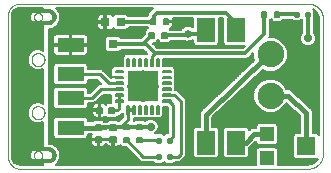
<source format=gtl>
G75*
%MOIN*%
%OFA0B0*%
%FSLAX25Y25*%
%IPPOS*%
%LPD*%
%AMOC8*
5,1,8,0,0,1.08239X$1,22.5*
%
%ADD10C,0.00100*%
%ADD11R,0.06299X0.07874*%
%ADD12C,0.00661*%
%ADD13C,0.00591*%
%ADD14R,0.02756X0.02756*%
%ADD15C,0.00551*%
%ADD16R,0.09843X0.09843*%
%ADD17C,0.08800*%
%ADD18C,0.00984*%
%ADD19C,0.01181*%
%ADD20R,0.09055X0.04724*%
%ADD21C,0.00000*%
%ADD22R,0.00787X0.00787*%
%ADD23R,0.06299X0.05906*%
%ADD24R,0.04724X0.04724*%
%ADD25C,0.00600*%
%ADD26C,0.02800*%
%ADD27C,0.01000*%
%ADD28C,0.02600*%
%ADD29C,0.01200*%
%ADD30C,0.01600*%
%ADD31C,0.02500*%
D10*
X0061197Y0006800D02*
X0061197Y0054300D01*
X0061203Y0054422D01*
X0061213Y0054543D01*
X0061226Y0054664D01*
X0061243Y0054785D01*
X0061264Y0054905D01*
X0061289Y0055024D01*
X0061318Y0055142D01*
X0061350Y0055260D01*
X0061386Y0055376D01*
X0061425Y0055491D01*
X0061468Y0055605D01*
X0061515Y0055718D01*
X0061565Y0055829D01*
X0061619Y0055938D01*
X0061676Y0056046D01*
X0061737Y0056151D01*
X0061800Y0056255D01*
X0061867Y0056357D01*
X0061937Y0056456D01*
X0062011Y0056554D01*
X0062087Y0056649D01*
X0062166Y0056741D01*
X0062248Y0056831D01*
X0062333Y0056919D01*
X0062420Y0057003D01*
X0062511Y0057085D01*
X0062603Y0057164D01*
X0062698Y0057240D01*
X0062796Y0057313D01*
X0062895Y0057383D01*
X0062997Y0057450D01*
X0063101Y0057514D01*
X0063207Y0057574D01*
X0063315Y0057631D01*
X0063424Y0057684D01*
X0063535Y0057734D01*
X0063648Y0057781D01*
X0063762Y0057824D01*
X0063877Y0057863D01*
X0063993Y0057899D01*
X0064111Y0057931D01*
X0064229Y0057959D01*
X0064349Y0057984D01*
X0064469Y0058005D01*
X0064589Y0058022D01*
X0064710Y0058035D01*
X0064832Y0058045D01*
X0064953Y0058050D01*
X0065075Y0058052D01*
X0065197Y0058050D01*
X0161197Y0058050D01*
X0161337Y0058048D01*
X0161477Y0058042D01*
X0161617Y0058032D01*
X0161757Y0058019D01*
X0161896Y0058001D01*
X0162035Y0057979D01*
X0162172Y0057954D01*
X0162310Y0057925D01*
X0162446Y0057892D01*
X0162581Y0057855D01*
X0162715Y0057814D01*
X0162848Y0057769D01*
X0162980Y0057721D01*
X0163110Y0057669D01*
X0163239Y0057614D01*
X0163366Y0057555D01*
X0163492Y0057492D01*
X0163616Y0057426D01*
X0163737Y0057357D01*
X0163857Y0057284D01*
X0163975Y0057207D01*
X0164090Y0057128D01*
X0164204Y0057045D01*
X0164314Y0056959D01*
X0164423Y0056870D01*
X0164529Y0056778D01*
X0164632Y0056683D01*
X0164733Y0056586D01*
X0164830Y0056485D01*
X0164925Y0056382D01*
X0165017Y0056276D01*
X0165106Y0056167D01*
X0165192Y0056057D01*
X0165275Y0055943D01*
X0165354Y0055828D01*
X0165431Y0055710D01*
X0165504Y0055590D01*
X0165573Y0055469D01*
X0165639Y0055345D01*
X0165702Y0055219D01*
X0165761Y0055092D01*
X0165816Y0054963D01*
X0165868Y0054833D01*
X0165916Y0054701D01*
X0165961Y0054568D01*
X0166002Y0054434D01*
X0166039Y0054299D01*
X0166072Y0054163D01*
X0166101Y0054025D01*
X0166126Y0053888D01*
X0166148Y0053749D01*
X0166166Y0053610D01*
X0166179Y0053470D01*
X0166189Y0053330D01*
X0166195Y0053190D01*
X0166197Y0053050D01*
X0166197Y0008050D01*
X0166195Y0007910D01*
X0166189Y0007770D01*
X0166179Y0007630D01*
X0166166Y0007490D01*
X0166148Y0007351D01*
X0166126Y0007212D01*
X0166101Y0007075D01*
X0166072Y0006937D01*
X0166039Y0006801D01*
X0166002Y0006666D01*
X0165961Y0006532D01*
X0165916Y0006399D01*
X0165868Y0006267D01*
X0165816Y0006137D01*
X0165761Y0006008D01*
X0165702Y0005881D01*
X0165639Y0005755D01*
X0165573Y0005631D01*
X0165504Y0005510D01*
X0165431Y0005390D01*
X0165354Y0005272D01*
X0165275Y0005157D01*
X0165192Y0005043D01*
X0165106Y0004933D01*
X0165017Y0004824D01*
X0164925Y0004718D01*
X0164830Y0004615D01*
X0164733Y0004514D01*
X0164632Y0004417D01*
X0164529Y0004322D01*
X0164423Y0004230D01*
X0164314Y0004141D01*
X0164204Y0004055D01*
X0164090Y0003972D01*
X0163975Y0003893D01*
X0163857Y0003816D01*
X0163737Y0003743D01*
X0163616Y0003674D01*
X0163492Y0003608D01*
X0163366Y0003545D01*
X0163239Y0003486D01*
X0163110Y0003431D01*
X0162980Y0003379D01*
X0162848Y0003331D01*
X0162715Y0003286D01*
X0162581Y0003245D01*
X0162446Y0003208D01*
X0162310Y0003175D01*
X0162172Y0003146D01*
X0162035Y0003121D01*
X0161896Y0003099D01*
X0161757Y0003081D01*
X0161617Y0003068D01*
X0161477Y0003058D01*
X0161337Y0003052D01*
X0161197Y0003050D01*
X0065197Y0003050D01*
X0065073Y0003048D01*
X0064948Y0003050D01*
X0064824Y0003056D01*
X0064700Y0003066D01*
X0064577Y0003080D01*
X0064454Y0003098D01*
X0064332Y0003119D01*
X0064210Y0003145D01*
X0064089Y0003175D01*
X0063970Y0003208D01*
X0063851Y0003245D01*
X0063734Y0003286D01*
X0063618Y0003331D01*
X0063503Y0003380D01*
X0063390Y0003432D01*
X0063279Y0003487D01*
X0063170Y0003547D01*
X0063063Y0003609D01*
X0062958Y0003675D01*
X0062855Y0003745D01*
X0062754Y0003817D01*
X0062655Y0003893D01*
X0062559Y0003972D01*
X0062466Y0004054D01*
X0062375Y0004139D01*
X0062287Y0004227D01*
X0062202Y0004318D01*
X0062120Y0004411D01*
X0062041Y0004507D01*
X0061965Y0004606D01*
X0061893Y0004706D01*
X0061823Y0004809D01*
X0061757Y0004915D01*
X0061694Y0005022D01*
X0061635Y0005131D01*
X0061579Y0005242D01*
X0061527Y0005355D01*
X0061479Y0005469D01*
X0061434Y0005585D01*
X0061393Y0005703D01*
X0061355Y0005821D01*
X0061322Y0005941D01*
X0061292Y0006062D01*
X0061267Y0006183D01*
X0061245Y0006306D01*
X0061227Y0006428D01*
X0061213Y0006552D01*
X0061203Y0006676D01*
X0061197Y0006800D01*
D11*
X0127197Y0011770D03*
X0137197Y0011770D03*
X0137197Y0049330D03*
X0127197Y0049330D03*
D12*
X0096534Y0021699D02*
X0094990Y0021699D01*
X0094990Y0023401D01*
X0096534Y0023401D01*
X0096534Y0021699D01*
X0096534Y0022359D02*
X0094990Y0022359D01*
X0094990Y0023019D02*
X0096534Y0023019D01*
X0092419Y0021699D02*
X0090875Y0021699D01*
X0090875Y0023401D01*
X0092419Y0023401D01*
X0092419Y0021699D01*
X0092419Y0022359D02*
X0090875Y0022359D01*
X0090875Y0023019D02*
X0092419Y0023019D01*
X0090471Y0017622D02*
X0090471Y0016078D01*
X0090471Y0017622D02*
X0092173Y0017622D01*
X0092173Y0016078D01*
X0090471Y0016078D01*
X0090471Y0016738D02*
X0092173Y0016738D01*
X0092173Y0017398D02*
X0090471Y0017398D01*
X0097048Y0017637D02*
X0097048Y0016093D01*
X0095346Y0016093D01*
X0095346Y0017637D01*
X0097048Y0017637D01*
X0097048Y0016753D02*
X0095346Y0016753D01*
X0095346Y0017413D02*
X0097048Y0017413D01*
X0097048Y0013522D02*
X0097048Y0011978D01*
X0095346Y0011978D01*
X0095346Y0013522D01*
X0097048Y0013522D01*
X0097048Y0012638D02*
X0095346Y0012638D01*
X0095346Y0013298D02*
X0097048Y0013298D01*
X0090471Y0013507D02*
X0090471Y0011963D01*
X0090471Y0013507D02*
X0092173Y0013507D01*
X0092173Y0011963D01*
X0090471Y0011963D01*
X0090471Y0012623D02*
X0092173Y0012623D01*
X0092173Y0013283D02*
X0090471Y0013283D01*
D13*
X0101583Y0013324D02*
X0101583Y0011946D01*
X0099811Y0011946D01*
X0099811Y0013324D01*
X0101583Y0013324D01*
X0101583Y0012536D02*
X0099811Y0012536D01*
X0099811Y0013126D02*
X0101583Y0013126D01*
X0105958Y0013324D02*
X0105958Y0011946D01*
X0104186Y0011946D01*
X0104186Y0013324D01*
X0105958Y0013324D01*
X0105958Y0012536D02*
X0104186Y0012536D01*
X0104186Y0013126D02*
X0105958Y0013126D01*
X0105958Y0016276D02*
X0105958Y0017654D01*
X0105958Y0016276D02*
X0104186Y0016276D01*
X0104186Y0017654D01*
X0105958Y0017654D01*
X0105958Y0016866D02*
X0104186Y0016866D01*
X0104186Y0017456D02*
X0105958Y0017456D01*
X0101583Y0017654D02*
X0101583Y0016276D01*
X0099811Y0016276D01*
X0099811Y0017654D01*
X0101583Y0017654D01*
X0101583Y0016866D02*
X0099811Y0016866D01*
X0099811Y0017456D02*
X0101583Y0017456D01*
X0108342Y0046664D02*
X0109720Y0046664D01*
X0108342Y0046664D02*
X0108342Y0048436D01*
X0109720Y0048436D01*
X0109720Y0046664D01*
X0109720Y0047254D02*
X0108342Y0047254D01*
X0108342Y0047844D02*
X0109720Y0047844D01*
X0109720Y0048434D02*
X0108342Y0048434D01*
X0112673Y0046664D02*
X0114051Y0046664D01*
X0112673Y0046664D02*
X0112673Y0048436D01*
X0114051Y0048436D01*
X0114051Y0046664D01*
X0114051Y0047254D02*
X0112673Y0047254D01*
X0112673Y0047844D02*
X0114051Y0047844D01*
X0114051Y0048434D02*
X0112673Y0048434D01*
X0113173Y0052936D02*
X0114551Y0052936D01*
X0114551Y0051164D01*
X0113173Y0051164D01*
X0113173Y0052936D01*
X0113173Y0051754D02*
X0114551Y0051754D01*
X0114551Y0052344D02*
X0113173Y0052344D01*
X0113173Y0052934D02*
X0114551Y0052934D01*
X0110220Y0052936D02*
X0108842Y0052936D01*
X0110220Y0052936D02*
X0110220Y0051164D01*
X0108842Y0051164D01*
X0108842Y0052936D01*
X0108842Y0051754D02*
X0110220Y0051754D01*
X0110220Y0052344D02*
X0108842Y0052344D01*
X0108842Y0052934D02*
X0110220Y0052934D01*
X0145842Y0053664D02*
X0147220Y0053664D01*
X0145842Y0053664D02*
X0145842Y0055436D01*
X0147220Y0055436D01*
X0147220Y0053664D01*
X0147220Y0054254D02*
X0145842Y0054254D01*
X0145842Y0054844D02*
X0147220Y0054844D01*
X0147220Y0055434D02*
X0145842Y0055434D01*
X0150173Y0053664D02*
X0151551Y0053664D01*
X0150173Y0053664D02*
X0150173Y0055436D01*
X0151551Y0055436D01*
X0151551Y0053664D01*
X0151551Y0054254D02*
X0150173Y0054254D01*
X0150173Y0054844D02*
X0151551Y0054844D01*
X0151551Y0055434D02*
X0150173Y0055434D01*
D14*
X0098756Y0051942D03*
X0093638Y0051942D03*
X0096197Y0044658D03*
D15*
X0101000Y0039724D02*
X0101000Y0037124D01*
X0101000Y0039724D02*
X0101552Y0039724D01*
X0101552Y0037124D01*
X0101000Y0037124D01*
X0101000Y0037674D02*
X0101552Y0037674D01*
X0101552Y0038224D02*
X0101000Y0038224D01*
X0101000Y0038774D02*
X0101552Y0038774D01*
X0101552Y0039324D02*
X0101000Y0039324D01*
X0102968Y0039724D02*
X0102968Y0037124D01*
X0102968Y0039724D02*
X0103520Y0039724D01*
X0103520Y0037124D01*
X0102968Y0037124D01*
X0102968Y0037674D02*
X0103520Y0037674D01*
X0103520Y0038224D02*
X0102968Y0038224D01*
X0102968Y0038774D02*
X0103520Y0038774D01*
X0103520Y0039324D02*
X0102968Y0039324D01*
X0104937Y0039724D02*
X0104937Y0037124D01*
X0104937Y0039724D02*
X0105489Y0039724D01*
X0105489Y0037124D01*
X0104937Y0037124D01*
X0104937Y0037674D02*
X0105489Y0037674D01*
X0105489Y0038224D02*
X0104937Y0038224D01*
X0104937Y0038774D02*
X0105489Y0038774D01*
X0105489Y0039324D02*
X0104937Y0039324D01*
X0106905Y0039724D02*
X0106905Y0037124D01*
X0106905Y0039724D02*
X0107457Y0039724D01*
X0107457Y0037124D01*
X0106905Y0037124D01*
X0106905Y0037674D02*
X0107457Y0037674D01*
X0107457Y0038224D02*
X0106905Y0038224D01*
X0106905Y0038774D02*
X0107457Y0038774D01*
X0107457Y0039324D02*
X0106905Y0039324D01*
X0108874Y0039724D02*
X0108874Y0037124D01*
X0108874Y0039724D02*
X0109426Y0039724D01*
X0109426Y0037124D01*
X0108874Y0037124D01*
X0108874Y0037674D02*
X0109426Y0037674D01*
X0109426Y0038224D02*
X0108874Y0038224D01*
X0108874Y0038774D02*
X0109426Y0038774D01*
X0109426Y0039324D02*
X0108874Y0039324D01*
X0110842Y0039724D02*
X0110842Y0037124D01*
X0110842Y0039724D02*
X0111394Y0039724D01*
X0111394Y0037124D01*
X0110842Y0037124D01*
X0110842Y0037674D02*
X0111394Y0037674D01*
X0111394Y0038224D02*
X0110842Y0038224D01*
X0110842Y0038774D02*
X0111394Y0038774D01*
X0111394Y0039324D02*
X0110842Y0039324D01*
X0112771Y0035195D02*
X0115371Y0035195D01*
X0112771Y0035195D02*
X0112771Y0035747D01*
X0115371Y0035747D01*
X0115371Y0035195D01*
X0115371Y0035745D02*
X0112771Y0035745D01*
X0112771Y0033227D02*
X0115371Y0033227D01*
X0112771Y0033227D02*
X0112771Y0033779D01*
X0115371Y0033779D01*
X0115371Y0033227D01*
X0115371Y0033777D02*
X0112771Y0033777D01*
X0112771Y0031258D02*
X0115371Y0031258D01*
X0112771Y0031258D02*
X0112771Y0031810D01*
X0115371Y0031810D01*
X0115371Y0031258D01*
X0115371Y0031808D02*
X0112771Y0031808D01*
X0112771Y0029290D02*
X0115371Y0029290D01*
X0112771Y0029290D02*
X0112771Y0029842D01*
X0115371Y0029842D01*
X0115371Y0029290D01*
X0115371Y0029840D02*
X0112771Y0029840D01*
X0112771Y0027321D02*
X0115371Y0027321D01*
X0112771Y0027321D02*
X0112771Y0027873D01*
X0115371Y0027873D01*
X0115371Y0027321D01*
X0115371Y0027871D02*
X0112771Y0027871D01*
X0112771Y0025353D02*
X0115371Y0025353D01*
X0112771Y0025353D02*
X0112771Y0025905D01*
X0115371Y0025905D01*
X0115371Y0025353D01*
X0115371Y0025903D02*
X0112771Y0025903D01*
X0111394Y0023976D02*
X0111394Y0021376D01*
X0110842Y0021376D01*
X0110842Y0023976D01*
X0111394Y0023976D01*
X0111394Y0021926D02*
X0110842Y0021926D01*
X0110842Y0022476D02*
X0111394Y0022476D01*
X0111394Y0023026D02*
X0110842Y0023026D01*
X0110842Y0023576D02*
X0111394Y0023576D01*
X0109426Y0023976D02*
X0109426Y0021376D01*
X0108874Y0021376D01*
X0108874Y0023976D01*
X0109426Y0023976D01*
X0109426Y0021926D02*
X0108874Y0021926D01*
X0108874Y0022476D02*
X0109426Y0022476D01*
X0109426Y0023026D02*
X0108874Y0023026D01*
X0108874Y0023576D02*
X0109426Y0023576D01*
X0107457Y0023976D02*
X0107457Y0021376D01*
X0106905Y0021376D01*
X0106905Y0023976D01*
X0107457Y0023976D01*
X0107457Y0021926D02*
X0106905Y0021926D01*
X0106905Y0022476D02*
X0107457Y0022476D01*
X0107457Y0023026D02*
X0106905Y0023026D01*
X0106905Y0023576D02*
X0107457Y0023576D01*
X0105489Y0023976D02*
X0105489Y0021376D01*
X0104937Y0021376D01*
X0104937Y0023976D01*
X0105489Y0023976D01*
X0105489Y0021926D02*
X0104937Y0021926D01*
X0104937Y0022476D02*
X0105489Y0022476D01*
X0105489Y0023026D02*
X0104937Y0023026D01*
X0104937Y0023576D02*
X0105489Y0023576D01*
X0103520Y0023976D02*
X0103520Y0021376D01*
X0102968Y0021376D01*
X0102968Y0023976D01*
X0103520Y0023976D01*
X0103520Y0021926D02*
X0102968Y0021926D01*
X0102968Y0022476D02*
X0103520Y0022476D01*
X0103520Y0023026D02*
X0102968Y0023026D01*
X0102968Y0023576D02*
X0103520Y0023576D01*
X0101552Y0023976D02*
X0101552Y0021376D01*
X0101000Y0021376D01*
X0101000Y0023976D01*
X0101552Y0023976D01*
X0101552Y0021926D02*
X0101000Y0021926D01*
X0101000Y0022476D02*
X0101552Y0022476D01*
X0101552Y0023026D02*
X0101000Y0023026D01*
X0101000Y0023576D02*
X0101552Y0023576D01*
X0099623Y0025905D02*
X0097023Y0025905D01*
X0099623Y0025905D02*
X0099623Y0025353D01*
X0097023Y0025353D01*
X0097023Y0025905D01*
X0097023Y0025903D02*
X0099623Y0025903D01*
X0099623Y0027873D02*
X0097023Y0027873D01*
X0099623Y0027873D02*
X0099623Y0027321D01*
X0097023Y0027321D01*
X0097023Y0027873D01*
X0097023Y0027871D02*
X0099623Y0027871D01*
X0099623Y0029842D02*
X0097023Y0029842D01*
X0099623Y0029842D02*
X0099623Y0029290D01*
X0097023Y0029290D01*
X0097023Y0029842D01*
X0097023Y0029840D02*
X0099623Y0029840D01*
X0099623Y0031810D02*
X0097023Y0031810D01*
X0099623Y0031810D02*
X0099623Y0031258D01*
X0097023Y0031258D01*
X0097023Y0031810D01*
X0097023Y0031808D02*
X0099623Y0031808D01*
X0099623Y0033779D02*
X0097023Y0033779D01*
X0099623Y0033779D02*
X0099623Y0033227D01*
X0097023Y0033227D01*
X0097023Y0033779D01*
X0097023Y0033777D02*
X0099623Y0033777D01*
X0099623Y0035747D02*
X0097023Y0035747D01*
X0099623Y0035747D02*
X0099623Y0035195D01*
X0097023Y0035195D01*
X0097023Y0035747D01*
X0097023Y0035745D02*
X0099623Y0035745D01*
D16*
X0106197Y0030550D03*
D17*
X0148697Y0027357D03*
X0148697Y0041137D03*
D18*
X0156884Y0054058D02*
X0156884Y0055042D01*
X0157868Y0055042D01*
X0157868Y0054058D01*
X0156884Y0054058D01*
X0156884Y0055041D02*
X0157868Y0055041D01*
X0160526Y0055042D02*
X0160526Y0054058D01*
X0160526Y0055042D02*
X0161510Y0055042D01*
X0161510Y0054058D01*
X0160526Y0054058D01*
X0160526Y0055041D02*
X0161510Y0055041D01*
X0115510Y0013042D02*
X0115510Y0012058D01*
X0114526Y0012058D01*
X0114526Y0013042D01*
X0115510Y0013042D01*
X0115510Y0013041D02*
X0114526Y0013041D01*
X0111868Y0013042D02*
X0111868Y0012058D01*
X0110884Y0012058D01*
X0110884Y0013042D01*
X0111868Y0013042D01*
X0111868Y0013041D02*
X0110884Y0013041D01*
X0111868Y0007542D02*
X0111868Y0006558D01*
X0110884Y0006558D01*
X0110884Y0007542D01*
X0111868Y0007542D01*
X0111868Y0007541D02*
X0110884Y0007541D01*
X0115510Y0007542D02*
X0115510Y0006558D01*
X0114526Y0006558D01*
X0114526Y0007542D01*
X0115510Y0007542D01*
X0115510Y0007541D02*
X0114526Y0007541D01*
D19*
X0076709Y0007519D02*
X0076707Y0007433D01*
X0076702Y0007347D01*
X0076692Y0007262D01*
X0076679Y0007177D01*
X0076662Y0007093D01*
X0076642Y0007009D01*
X0076618Y0006927D01*
X0076590Y0006846D01*
X0076559Y0006765D01*
X0076525Y0006687D01*
X0076487Y0006610D01*
X0076445Y0006534D01*
X0076401Y0006461D01*
X0076353Y0006390D01*
X0076302Y0006320D01*
X0076248Y0006253D01*
X0076192Y0006189D01*
X0076132Y0006127D01*
X0076070Y0006067D01*
X0076006Y0006011D01*
X0075939Y0005957D01*
X0075869Y0005906D01*
X0075798Y0005858D01*
X0075725Y0005814D01*
X0075649Y0005772D01*
X0075572Y0005734D01*
X0075494Y0005700D01*
X0075413Y0005669D01*
X0075332Y0005641D01*
X0075250Y0005617D01*
X0075166Y0005597D01*
X0075082Y0005580D01*
X0074997Y0005567D01*
X0074912Y0005557D01*
X0074826Y0005552D01*
X0074740Y0005550D01*
X0067654Y0005550D01*
X0065685Y0007519D02*
X0065687Y0007605D01*
X0065692Y0007691D01*
X0065702Y0007776D01*
X0065715Y0007861D01*
X0065732Y0007945D01*
X0065752Y0008029D01*
X0065776Y0008111D01*
X0065804Y0008192D01*
X0065835Y0008273D01*
X0065869Y0008351D01*
X0065907Y0008428D01*
X0065949Y0008504D01*
X0065993Y0008577D01*
X0066041Y0008648D01*
X0066092Y0008718D01*
X0066146Y0008785D01*
X0066202Y0008849D01*
X0066262Y0008911D01*
X0066324Y0008971D01*
X0066388Y0009027D01*
X0066455Y0009081D01*
X0066525Y0009132D01*
X0066596Y0009180D01*
X0066670Y0009224D01*
X0066745Y0009266D01*
X0066822Y0009304D01*
X0066900Y0009338D01*
X0066981Y0009369D01*
X0067062Y0009397D01*
X0067144Y0009421D01*
X0067228Y0009441D01*
X0067312Y0009458D01*
X0067397Y0009471D01*
X0067482Y0009481D01*
X0067568Y0009486D01*
X0067654Y0009488D01*
X0067654Y0009487D02*
X0074740Y0009487D01*
X0074740Y0009488D02*
X0074826Y0009486D01*
X0074912Y0009481D01*
X0074997Y0009471D01*
X0075082Y0009458D01*
X0075166Y0009441D01*
X0075250Y0009421D01*
X0075332Y0009397D01*
X0075413Y0009369D01*
X0075494Y0009338D01*
X0075572Y0009304D01*
X0075649Y0009266D01*
X0075725Y0009224D01*
X0075798Y0009180D01*
X0075869Y0009132D01*
X0075939Y0009081D01*
X0076006Y0009027D01*
X0076070Y0008971D01*
X0076132Y0008911D01*
X0076192Y0008849D01*
X0076248Y0008785D01*
X0076302Y0008718D01*
X0076353Y0008648D01*
X0076401Y0008577D01*
X0076445Y0008504D01*
X0076487Y0008428D01*
X0076525Y0008351D01*
X0076559Y0008273D01*
X0076590Y0008192D01*
X0076618Y0008111D01*
X0076642Y0008029D01*
X0076662Y0007945D01*
X0076679Y0007861D01*
X0076692Y0007776D01*
X0076702Y0007691D01*
X0076707Y0007605D01*
X0076709Y0007519D01*
X0067654Y0005550D02*
X0067568Y0005552D01*
X0067482Y0005557D01*
X0067397Y0005567D01*
X0067312Y0005580D01*
X0067228Y0005597D01*
X0067144Y0005617D01*
X0067062Y0005641D01*
X0066981Y0005669D01*
X0066900Y0005700D01*
X0066822Y0005734D01*
X0066745Y0005772D01*
X0066670Y0005814D01*
X0066596Y0005858D01*
X0066525Y0005906D01*
X0066455Y0005957D01*
X0066388Y0006011D01*
X0066324Y0006067D01*
X0066262Y0006127D01*
X0066202Y0006189D01*
X0066146Y0006253D01*
X0066092Y0006320D01*
X0066041Y0006390D01*
X0065993Y0006461D01*
X0065949Y0006535D01*
X0065907Y0006610D01*
X0065869Y0006687D01*
X0065835Y0006765D01*
X0065804Y0006846D01*
X0065776Y0006927D01*
X0065752Y0007009D01*
X0065732Y0007093D01*
X0065715Y0007177D01*
X0065702Y0007262D01*
X0065692Y0007347D01*
X0065687Y0007433D01*
X0065685Y0007519D01*
X0067654Y0051613D02*
X0074740Y0051613D01*
X0074740Y0051612D02*
X0074826Y0051614D01*
X0074912Y0051619D01*
X0074997Y0051629D01*
X0075082Y0051642D01*
X0075166Y0051659D01*
X0075250Y0051679D01*
X0075332Y0051703D01*
X0075413Y0051731D01*
X0075494Y0051762D01*
X0075572Y0051796D01*
X0075649Y0051834D01*
X0075725Y0051876D01*
X0075798Y0051920D01*
X0075869Y0051968D01*
X0075939Y0052019D01*
X0076006Y0052073D01*
X0076070Y0052129D01*
X0076132Y0052189D01*
X0076192Y0052251D01*
X0076248Y0052315D01*
X0076302Y0052382D01*
X0076353Y0052452D01*
X0076401Y0052523D01*
X0076445Y0052597D01*
X0076487Y0052672D01*
X0076525Y0052749D01*
X0076559Y0052827D01*
X0076590Y0052908D01*
X0076618Y0052989D01*
X0076642Y0053071D01*
X0076662Y0053155D01*
X0076679Y0053239D01*
X0076692Y0053324D01*
X0076702Y0053409D01*
X0076707Y0053495D01*
X0076709Y0053581D01*
X0076707Y0053667D01*
X0076702Y0053753D01*
X0076692Y0053838D01*
X0076679Y0053923D01*
X0076662Y0054007D01*
X0076642Y0054091D01*
X0076618Y0054173D01*
X0076590Y0054254D01*
X0076559Y0054335D01*
X0076525Y0054413D01*
X0076487Y0054490D01*
X0076445Y0054566D01*
X0076401Y0054639D01*
X0076353Y0054710D01*
X0076302Y0054780D01*
X0076248Y0054847D01*
X0076192Y0054911D01*
X0076132Y0054973D01*
X0076070Y0055033D01*
X0076006Y0055089D01*
X0075939Y0055143D01*
X0075869Y0055194D01*
X0075798Y0055242D01*
X0075725Y0055286D01*
X0075649Y0055328D01*
X0075572Y0055366D01*
X0075494Y0055400D01*
X0075413Y0055431D01*
X0075332Y0055459D01*
X0075250Y0055483D01*
X0075166Y0055503D01*
X0075082Y0055520D01*
X0074997Y0055533D01*
X0074912Y0055543D01*
X0074826Y0055548D01*
X0074740Y0055550D01*
X0067654Y0055550D01*
X0067568Y0055548D01*
X0067482Y0055543D01*
X0067397Y0055533D01*
X0067312Y0055520D01*
X0067228Y0055503D01*
X0067144Y0055483D01*
X0067062Y0055459D01*
X0066981Y0055431D01*
X0066900Y0055400D01*
X0066822Y0055366D01*
X0066745Y0055328D01*
X0066670Y0055286D01*
X0066596Y0055242D01*
X0066525Y0055194D01*
X0066455Y0055143D01*
X0066388Y0055089D01*
X0066324Y0055033D01*
X0066262Y0054973D01*
X0066202Y0054911D01*
X0066146Y0054847D01*
X0066092Y0054780D01*
X0066041Y0054710D01*
X0065993Y0054639D01*
X0065949Y0054566D01*
X0065907Y0054490D01*
X0065869Y0054413D01*
X0065835Y0054335D01*
X0065804Y0054254D01*
X0065776Y0054173D01*
X0065752Y0054091D01*
X0065732Y0054007D01*
X0065715Y0053923D01*
X0065702Y0053838D01*
X0065692Y0053753D01*
X0065687Y0053667D01*
X0065685Y0053581D01*
X0065687Y0053495D01*
X0065692Y0053409D01*
X0065702Y0053324D01*
X0065715Y0053239D01*
X0065732Y0053155D01*
X0065752Y0053071D01*
X0065776Y0052989D01*
X0065804Y0052908D01*
X0065835Y0052827D01*
X0065869Y0052749D01*
X0065907Y0052672D01*
X0065949Y0052597D01*
X0065993Y0052523D01*
X0066041Y0052452D01*
X0066092Y0052382D01*
X0066146Y0052315D01*
X0066202Y0052251D01*
X0066262Y0052189D01*
X0066324Y0052129D01*
X0066388Y0052073D01*
X0066455Y0052019D01*
X0066525Y0051968D01*
X0066596Y0051920D01*
X0066670Y0051876D01*
X0066745Y0051834D01*
X0066822Y0051796D01*
X0066900Y0051762D01*
X0066981Y0051731D01*
X0067062Y0051703D01*
X0067144Y0051679D01*
X0067228Y0051659D01*
X0067312Y0051642D01*
X0067397Y0051629D01*
X0067482Y0051619D01*
X0067568Y0051614D01*
X0067654Y0051612D01*
D20*
X0082024Y0044330D03*
X0082024Y0034487D03*
X0082024Y0026613D03*
X0082024Y0016770D03*
D21*
X0069032Y0021692D02*
X0069034Y0021785D01*
X0069040Y0021877D01*
X0069050Y0021969D01*
X0069064Y0022060D01*
X0069081Y0022151D01*
X0069103Y0022241D01*
X0069128Y0022330D01*
X0069157Y0022418D01*
X0069190Y0022504D01*
X0069227Y0022589D01*
X0069267Y0022673D01*
X0069311Y0022754D01*
X0069358Y0022834D01*
X0069408Y0022912D01*
X0069462Y0022987D01*
X0069519Y0023060D01*
X0069579Y0023130D01*
X0069642Y0023198D01*
X0069708Y0023263D01*
X0069776Y0023325D01*
X0069847Y0023385D01*
X0069921Y0023441D01*
X0069997Y0023494D01*
X0070075Y0023543D01*
X0070155Y0023590D01*
X0070237Y0023632D01*
X0070321Y0023672D01*
X0070406Y0023707D01*
X0070493Y0023739D01*
X0070581Y0023768D01*
X0070670Y0023792D01*
X0070760Y0023813D01*
X0070851Y0023829D01*
X0070943Y0023842D01*
X0071035Y0023851D01*
X0071128Y0023856D01*
X0071220Y0023857D01*
X0071313Y0023854D01*
X0071405Y0023847D01*
X0071497Y0023836D01*
X0071588Y0023821D01*
X0071679Y0023803D01*
X0071769Y0023780D01*
X0071857Y0023754D01*
X0071945Y0023724D01*
X0072031Y0023690D01*
X0072115Y0023653D01*
X0072198Y0023611D01*
X0072279Y0023567D01*
X0072359Y0023519D01*
X0072436Y0023468D01*
X0072510Y0023413D01*
X0072583Y0023355D01*
X0072653Y0023295D01*
X0072720Y0023231D01*
X0072784Y0023165D01*
X0072846Y0023095D01*
X0072904Y0023024D01*
X0072959Y0022950D01*
X0073011Y0022873D01*
X0073060Y0022794D01*
X0073106Y0022714D01*
X0073148Y0022631D01*
X0073186Y0022547D01*
X0073221Y0022461D01*
X0073252Y0022374D01*
X0073279Y0022286D01*
X0073302Y0022196D01*
X0073322Y0022106D01*
X0073338Y0022015D01*
X0073350Y0021923D01*
X0073358Y0021831D01*
X0073362Y0021738D01*
X0073362Y0021646D01*
X0073358Y0021553D01*
X0073350Y0021461D01*
X0073338Y0021369D01*
X0073322Y0021278D01*
X0073302Y0021188D01*
X0073279Y0021098D01*
X0073252Y0021010D01*
X0073221Y0020923D01*
X0073186Y0020837D01*
X0073148Y0020753D01*
X0073106Y0020670D01*
X0073060Y0020590D01*
X0073011Y0020511D01*
X0072959Y0020434D01*
X0072904Y0020360D01*
X0072846Y0020289D01*
X0072784Y0020219D01*
X0072720Y0020153D01*
X0072653Y0020089D01*
X0072583Y0020029D01*
X0072510Y0019971D01*
X0072436Y0019916D01*
X0072359Y0019865D01*
X0072280Y0019817D01*
X0072198Y0019773D01*
X0072115Y0019731D01*
X0072031Y0019694D01*
X0071945Y0019660D01*
X0071857Y0019630D01*
X0071769Y0019604D01*
X0071679Y0019581D01*
X0071588Y0019563D01*
X0071497Y0019548D01*
X0071405Y0019537D01*
X0071313Y0019530D01*
X0071220Y0019527D01*
X0071128Y0019528D01*
X0071035Y0019533D01*
X0070943Y0019542D01*
X0070851Y0019555D01*
X0070760Y0019571D01*
X0070670Y0019592D01*
X0070581Y0019616D01*
X0070493Y0019645D01*
X0070406Y0019677D01*
X0070321Y0019712D01*
X0070237Y0019752D01*
X0070155Y0019794D01*
X0070075Y0019841D01*
X0069997Y0019890D01*
X0069921Y0019943D01*
X0069847Y0019999D01*
X0069776Y0020059D01*
X0069708Y0020121D01*
X0069642Y0020186D01*
X0069579Y0020254D01*
X0069519Y0020324D01*
X0069462Y0020397D01*
X0069408Y0020472D01*
X0069358Y0020550D01*
X0069311Y0020630D01*
X0069267Y0020711D01*
X0069227Y0020795D01*
X0069190Y0020880D01*
X0069157Y0020966D01*
X0069128Y0021054D01*
X0069103Y0021143D01*
X0069081Y0021233D01*
X0069064Y0021324D01*
X0069050Y0021415D01*
X0069040Y0021507D01*
X0069034Y0021599D01*
X0069032Y0021692D01*
X0069819Y0007519D02*
X0069821Y0007593D01*
X0069827Y0007667D01*
X0069837Y0007740D01*
X0069851Y0007813D01*
X0069868Y0007885D01*
X0069890Y0007955D01*
X0069915Y0008025D01*
X0069944Y0008093D01*
X0069977Y0008159D01*
X0070013Y0008224D01*
X0070053Y0008286D01*
X0070095Y0008347D01*
X0070141Y0008405D01*
X0070190Y0008460D01*
X0070242Y0008513D01*
X0070297Y0008563D01*
X0070354Y0008609D01*
X0070414Y0008653D01*
X0070476Y0008693D01*
X0070540Y0008730D01*
X0070606Y0008764D01*
X0070674Y0008794D01*
X0070743Y0008820D01*
X0070814Y0008843D01*
X0070885Y0008861D01*
X0070958Y0008876D01*
X0071031Y0008887D01*
X0071105Y0008894D01*
X0071179Y0008897D01*
X0071252Y0008896D01*
X0071326Y0008891D01*
X0071400Y0008882D01*
X0071473Y0008869D01*
X0071545Y0008852D01*
X0071616Y0008832D01*
X0071686Y0008807D01*
X0071754Y0008779D01*
X0071821Y0008748D01*
X0071886Y0008712D01*
X0071949Y0008674D01*
X0072010Y0008632D01*
X0072069Y0008586D01*
X0072125Y0008538D01*
X0072178Y0008487D01*
X0072228Y0008433D01*
X0072276Y0008376D01*
X0072320Y0008317D01*
X0072362Y0008255D01*
X0072400Y0008192D01*
X0072434Y0008126D01*
X0072465Y0008059D01*
X0072492Y0007990D01*
X0072515Y0007920D01*
X0072535Y0007849D01*
X0072551Y0007776D01*
X0072563Y0007703D01*
X0072571Y0007630D01*
X0072575Y0007556D01*
X0072575Y0007482D01*
X0072571Y0007408D01*
X0072563Y0007335D01*
X0072551Y0007262D01*
X0072535Y0007189D01*
X0072515Y0007118D01*
X0072492Y0007048D01*
X0072465Y0006979D01*
X0072434Y0006912D01*
X0072400Y0006846D01*
X0072362Y0006783D01*
X0072320Y0006721D01*
X0072276Y0006662D01*
X0072228Y0006605D01*
X0072178Y0006551D01*
X0072125Y0006500D01*
X0072069Y0006452D01*
X0072010Y0006406D01*
X0071949Y0006364D01*
X0071886Y0006326D01*
X0071821Y0006290D01*
X0071754Y0006259D01*
X0071686Y0006231D01*
X0071616Y0006206D01*
X0071545Y0006186D01*
X0071473Y0006169D01*
X0071400Y0006156D01*
X0071326Y0006147D01*
X0071252Y0006142D01*
X0071179Y0006141D01*
X0071105Y0006144D01*
X0071031Y0006151D01*
X0070958Y0006162D01*
X0070885Y0006177D01*
X0070814Y0006195D01*
X0070743Y0006218D01*
X0070674Y0006244D01*
X0070606Y0006274D01*
X0070540Y0006308D01*
X0070476Y0006345D01*
X0070414Y0006385D01*
X0070354Y0006429D01*
X0070297Y0006475D01*
X0070242Y0006525D01*
X0070190Y0006578D01*
X0070141Y0006633D01*
X0070095Y0006691D01*
X0070053Y0006752D01*
X0070013Y0006814D01*
X0069977Y0006879D01*
X0069944Y0006945D01*
X0069915Y0007013D01*
X0069890Y0007083D01*
X0069868Y0007153D01*
X0069851Y0007225D01*
X0069837Y0007298D01*
X0069827Y0007371D01*
X0069821Y0007445D01*
X0069819Y0007519D01*
X0069032Y0039408D02*
X0069034Y0039501D01*
X0069040Y0039593D01*
X0069050Y0039685D01*
X0069064Y0039776D01*
X0069081Y0039867D01*
X0069103Y0039957D01*
X0069128Y0040046D01*
X0069157Y0040134D01*
X0069190Y0040220D01*
X0069227Y0040305D01*
X0069267Y0040389D01*
X0069311Y0040470D01*
X0069358Y0040550D01*
X0069408Y0040628D01*
X0069462Y0040703D01*
X0069519Y0040776D01*
X0069579Y0040846D01*
X0069642Y0040914D01*
X0069708Y0040979D01*
X0069776Y0041041D01*
X0069847Y0041101D01*
X0069921Y0041157D01*
X0069997Y0041210D01*
X0070075Y0041259D01*
X0070155Y0041306D01*
X0070237Y0041348D01*
X0070321Y0041388D01*
X0070406Y0041423D01*
X0070493Y0041455D01*
X0070581Y0041484D01*
X0070670Y0041508D01*
X0070760Y0041529D01*
X0070851Y0041545D01*
X0070943Y0041558D01*
X0071035Y0041567D01*
X0071128Y0041572D01*
X0071220Y0041573D01*
X0071313Y0041570D01*
X0071405Y0041563D01*
X0071497Y0041552D01*
X0071588Y0041537D01*
X0071679Y0041519D01*
X0071769Y0041496D01*
X0071857Y0041470D01*
X0071945Y0041440D01*
X0072031Y0041406D01*
X0072115Y0041369D01*
X0072198Y0041327D01*
X0072279Y0041283D01*
X0072359Y0041235D01*
X0072436Y0041184D01*
X0072510Y0041129D01*
X0072583Y0041071D01*
X0072653Y0041011D01*
X0072720Y0040947D01*
X0072784Y0040881D01*
X0072846Y0040811D01*
X0072904Y0040740D01*
X0072959Y0040666D01*
X0073011Y0040589D01*
X0073060Y0040510D01*
X0073106Y0040430D01*
X0073148Y0040347D01*
X0073186Y0040263D01*
X0073221Y0040177D01*
X0073252Y0040090D01*
X0073279Y0040002D01*
X0073302Y0039912D01*
X0073322Y0039822D01*
X0073338Y0039731D01*
X0073350Y0039639D01*
X0073358Y0039547D01*
X0073362Y0039454D01*
X0073362Y0039362D01*
X0073358Y0039269D01*
X0073350Y0039177D01*
X0073338Y0039085D01*
X0073322Y0038994D01*
X0073302Y0038904D01*
X0073279Y0038814D01*
X0073252Y0038726D01*
X0073221Y0038639D01*
X0073186Y0038553D01*
X0073148Y0038469D01*
X0073106Y0038386D01*
X0073060Y0038306D01*
X0073011Y0038227D01*
X0072959Y0038150D01*
X0072904Y0038076D01*
X0072846Y0038005D01*
X0072784Y0037935D01*
X0072720Y0037869D01*
X0072653Y0037805D01*
X0072583Y0037745D01*
X0072510Y0037687D01*
X0072436Y0037632D01*
X0072359Y0037581D01*
X0072280Y0037533D01*
X0072198Y0037489D01*
X0072115Y0037447D01*
X0072031Y0037410D01*
X0071945Y0037376D01*
X0071857Y0037346D01*
X0071769Y0037320D01*
X0071679Y0037297D01*
X0071588Y0037279D01*
X0071497Y0037264D01*
X0071405Y0037253D01*
X0071313Y0037246D01*
X0071220Y0037243D01*
X0071128Y0037244D01*
X0071035Y0037249D01*
X0070943Y0037258D01*
X0070851Y0037271D01*
X0070760Y0037287D01*
X0070670Y0037308D01*
X0070581Y0037332D01*
X0070493Y0037361D01*
X0070406Y0037393D01*
X0070321Y0037428D01*
X0070237Y0037468D01*
X0070155Y0037510D01*
X0070075Y0037557D01*
X0069997Y0037606D01*
X0069921Y0037659D01*
X0069847Y0037715D01*
X0069776Y0037775D01*
X0069708Y0037837D01*
X0069642Y0037902D01*
X0069579Y0037970D01*
X0069519Y0038040D01*
X0069462Y0038113D01*
X0069408Y0038188D01*
X0069358Y0038266D01*
X0069311Y0038346D01*
X0069267Y0038427D01*
X0069227Y0038511D01*
X0069190Y0038596D01*
X0069157Y0038682D01*
X0069128Y0038770D01*
X0069103Y0038859D01*
X0069081Y0038949D01*
X0069064Y0039040D01*
X0069050Y0039131D01*
X0069040Y0039223D01*
X0069034Y0039315D01*
X0069032Y0039408D01*
X0069819Y0053581D02*
X0069821Y0053655D01*
X0069827Y0053729D01*
X0069837Y0053802D01*
X0069851Y0053875D01*
X0069868Y0053947D01*
X0069890Y0054017D01*
X0069915Y0054087D01*
X0069944Y0054155D01*
X0069977Y0054221D01*
X0070013Y0054286D01*
X0070053Y0054348D01*
X0070095Y0054409D01*
X0070141Y0054467D01*
X0070190Y0054522D01*
X0070242Y0054575D01*
X0070297Y0054625D01*
X0070354Y0054671D01*
X0070414Y0054715D01*
X0070476Y0054755D01*
X0070540Y0054792D01*
X0070606Y0054826D01*
X0070674Y0054856D01*
X0070743Y0054882D01*
X0070814Y0054905D01*
X0070885Y0054923D01*
X0070958Y0054938D01*
X0071031Y0054949D01*
X0071105Y0054956D01*
X0071179Y0054959D01*
X0071252Y0054958D01*
X0071326Y0054953D01*
X0071400Y0054944D01*
X0071473Y0054931D01*
X0071545Y0054914D01*
X0071616Y0054894D01*
X0071686Y0054869D01*
X0071754Y0054841D01*
X0071821Y0054810D01*
X0071886Y0054774D01*
X0071949Y0054736D01*
X0072010Y0054694D01*
X0072069Y0054648D01*
X0072125Y0054600D01*
X0072178Y0054549D01*
X0072228Y0054495D01*
X0072276Y0054438D01*
X0072320Y0054379D01*
X0072362Y0054317D01*
X0072400Y0054254D01*
X0072434Y0054188D01*
X0072465Y0054121D01*
X0072492Y0054052D01*
X0072515Y0053982D01*
X0072535Y0053911D01*
X0072551Y0053838D01*
X0072563Y0053765D01*
X0072571Y0053692D01*
X0072575Y0053618D01*
X0072575Y0053544D01*
X0072571Y0053470D01*
X0072563Y0053397D01*
X0072551Y0053324D01*
X0072535Y0053251D01*
X0072515Y0053180D01*
X0072492Y0053110D01*
X0072465Y0053041D01*
X0072434Y0052974D01*
X0072400Y0052908D01*
X0072362Y0052845D01*
X0072320Y0052783D01*
X0072276Y0052724D01*
X0072228Y0052667D01*
X0072178Y0052613D01*
X0072125Y0052562D01*
X0072069Y0052514D01*
X0072010Y0052468D01*
X0071949Y0052426D01*
X0071886Y0052388D01*
X0071821Y0052352D01*
X0071754Y0052321D01*
X0071686Y0052293D01*
X0071616Y0052268D01*
X0071545Y0052248D01*
X0071473Y0052231D01*
X0071400Y0052218D01*
X0071326Y0052209D01*
X0071252Y0052204D01*
X0071179Y0052203D01*
X0071105Y0052206D01*
X0071031Y0052213D01*
X0070958Y0052224D01*
X0070885Y0052239D01*
X0070814Y0052257D01*
X0070743Y0052280D01*
X0070674Y0052306D01*
X0070606Y0052336D01*
X0070540Y0052370D01*
X0070476Y0052407D01*
X0070414Y0052447D01*
X0070354Y0052491D01*
X0070297Y0052537D01*
X0070242Y0052587D01*
X0070190Y0052640D01*
X0070141Y0052695D01*
X0070095Y0052753D01*
X0070053Y0052814D01*
X0070013Y0052876D01*
X0069977Y0052941D01*
X0069944Y0053007D01*
X0069915Y0053075D01*
X0069890Y0053145D01*
X0069868Y0053215D01*
X0069851Y0053287D01*
X0069837Y0053360D01*
X0069827Y0053433D01*
X0069821Y0053507D01*
X0069819Y0053581D01*
D22*
X0076709Y0053581D03*
X0076709Y0007519D03*
D23*
X0160602Y0010550D03*
D24*
X0147512Y0006613D03*
X0147512Y0014487D03*
D25*
X0151174Y0014230D02*
X0156341Y0014230D01*
X0156153Y0014041D02*
X0156153Y0007059D01*
X0156914Y0006297D01*
X0164290Y0006297D01*
X0164385Y0006392D01*
X0164232Y0006022D01*
X0163225Y0005015D01*
X0161909Y0004470D01*
X0161197Y0004400D01*
X0151174Y0004400D01*
X0151174Y0009514D01*
X0150412Y0010275D01*
X0144611Y0010275D01*
X0143850Y0009514D01*
X0143850Y0004400D01*
X0077057Y0004400D01*
X0077565Y0004693D01*
X0077565Y0004693D01*
X0077565Y0004693D01*
X0078599Y0006484D01*
X0078599Y0008553D01*
X0077565Y0010344D01*
X0075774Y0011378D01*
X0074697Y0011378D01*
X0074697Y0049722D01*
X0075774Y0049722D01*
X0077565Y0050756D01*
X0077565Y0050756D01*
X0077565Y0050756D01*
X0078599Y0052547D01*
X0078599Y0054616D01*
X0077565Y0056406D01*
X0077565Y0056407D01*
X0077057Y0056700D01*
X0109660Y0056700D01*
X0108910Y0055950D01*
X0107797Y0054837D01*
X0107797Y0054146D01*
X0107601Y0053950D01*
X0101342Y0053950D01*
X0100672Y0054620D01*
X0096839Y0054620D01*
X0096159Y0053939D01*
X0096056Y0054118D01*
X0095814Y0054360D01*
X0095518Y0054531D01*
X0095187Y0054620D01*
X0093938Y0054620D01*
X0093938Y0052242D01*
X0093338Y0052242D01*
X0093338Y0054620D01*
X0092089Y0054620D01*
X0091758Y0054531D01*
X0091462Y0054360D01*
X0091220Y0054118D01*
X0091048Y0053821D01*
X0090960Y0053491D01*
X0090960Y0052242D01*
X0093338Y0052242D01*
X0093338Y0051642D01*
X0090960Y0051642D01*
X0090960Y0050393D01*
X0091048Y0050062D01*
X0091220Y0049766D01*
X0091462Y0049524D01*
X0091758Y0049352D01*
X0092089Y0049264D01*
X0093338Y0049264D01*
X0093338Y0051642D01*
X0093938Y0051642D01*
X0093938Y0049264D01*
X0095187Y0049264D01*
X0095518Y0049352D01*
X0095814Y0049524D01*
X0096056Y0049766D01*
X0096159Y0049944D01*
X0096839Y0049264D01*
X0100672Y0049264D01*
X0101434Y0050025D01*
X0101434Y0050150D01*
X0107601Y0050150D01*
X0107720Y0050031D01*
X0107682Y0050031D01*
X0106747Y0049097D01*
X0106747Y0047896D01*
X0105410Y0046558D01*
X0098875Y0046558D01*
X0098875Y0046575D01*
X0098113Y0047336D01*
X0094280Y0047336D01*
X0093519Y0046575D01*
X0093519Y0042742D01*
X0094280Y0041980D01*
X0098113Y0041980D01*
X0098875Y0042742D01*
X0098875Y0042758D01*
X0106302Y0042758D01*
X0107581Y0041479D01*
X0107400Y0041299D01*
X0106253Y0041299D01*
X0106197Y0041243D01*
X0106141Y0041299D01*
X0104284Y0041299D01*
X0104228Y0041243D01*
X0104172Y0041299D01*
X0102316Y0041299D01*
X0102260Y0041243D01*
X0102204Y0041299D01*
X0100347Y0041299D01*
X0099424Y0040376D01*
X0099424Y0037322D01*
X0096371Y0037322D01*
X0095448Y0036399D01*
X0095448Y0034543D01*
X0095573Y0034418D01*
X0095555Y0034386D01*
X0095448Y0033986D01*
X0095448Y0033503D01*
X0098323Y0033503D01*
X0098323Y0033503D01*
X0095448Y0033503D01*
X0095448Y0033344D01*
X0093560Y0035233D01*
X0092505Y0036287D01*
X0087851Y0036287D01*
X0087851Y0037388D01*
X0087090Y0038149D01*
X0076958Y0038149D01*
X0076196Y0037388D01*
X0076196Y0031586D01*
X0076958Y0030825D01*
X0087090Y0030825D01*
X0087851Y0031586D01*
X0087851Y0032687D01*
X0091014Y0032687D01*
X0092336Y0031366D01*
X0091467Y0031366D01*
X0088514Y0028413D01*
X0087851Y0028413D01*
X0087851Y0029514D01*
X0087090Y0030275D01*
X0076958Y0030275D01*
X0076196Y0029514D01*
X0076196Y0023712D01*
X0076958Y0022951D01*
X0087090Y0022951D01*
X0087851Y0023712D01*
X0087851Y0024813D01*
X0090005Y0024813D01*
X0091060Y0025867D01*
X0092958Y0027766D01*
X0095448Y0027766D01*
X0095448Y0026669D01*
X0095504Y0026613D01*
X0095448Y0026557D01*
X0095448Y0025031D01*
X0094315Y0025031D01*
X0093705Y0024421D01*
X0093420Y0024705D01*
X0093048Y0024920D01*
X0092633Y0025031D01*
X0091898Y0025031D01*
X0091898Y0022801D01*
X0091396Y0022801D01*
X0091396Y0025031D01*
X0090660Y0025031D01*
X0090246Y0024920D01*
X0089874Y0024705D01*
X0089570Y0024402D01*
X0089356Y0024030D01*
X0089244Y0023615D01*
X0089244Y0022801D01*
X0091396Y0022801D01*
X0091396Y0022299D01*
X0091898Y0022299D01*
X0091898Y0020069D01*
X0092633Y0020069D01*
X0093048Y0020180D01*
X0093420Y0020395D01*
X0093705Y0020679D01*
X0094315Y0020069D01*
X0097209Y0020069D01*
X0097890Y0020750D01*
X0098442Y0020750D01*
X0099376Y0021683D01*
X0099376Y0021157D01*
X0099424Y0021108D01*
X0099424Y0020724D01*
X0099476Y0020673D01*
X0099476Y0020190D01*
X0098138Y0018852D01*
X0097723Y0019268D01*
X0094671Y0019268D01*
X0094153Y0018750D01*
X0093350Y0018750D01*
X0092848Y0019252D01*
X0089796Y0019252D01*
X0089414Y0018870D01*
X0087851Y0018870D01*
X0087851Y0019671D01*
X0087090Y0020433D01*
X0076958Y0020433D01*
X0076196Y0019671D01*
X0076196Y0013870D01*
X0076958Y0013108D01*
X0087090Y0013108D01*
X0087851Y0013870D01*
X0087851Y0014670D01*
X0089329Y0014670D01*
X0089167Y0014508D01*
X0088952Y0014136D01*
X0088841Y0013721D01*
X0088841Y0012986D01*
X0091071Y0012986D01*
X0091071Y0012483D01*
X0091573Y0012483D01*
X0091573Y0010332D01*
X0092387Y0010332D01*
X0092802Y0010443D01*
X0093174Y0010658D01*
X0093477Y0010962D01*
X0093692Y0011334D01*
X0093761Y0011593D01*
X0093827Y0011349D01*
X0094042Y0010977D01*
X0094345Y0010673D01*
X0094717Y0010459D01*
X0095132Y0010348D01*
X0095946Y0010348D01*
X0095946Y0012499D01*
X0096448Y0012499D01*
X0096448Y0010348D01*
X0097262Y0010348D01*
X0097677Y0010459D01*
X0098049Y0010673D01*
X0098352Y0010977D01*
X0098415Y0011086D01*
X0099150Y0010350D01*
X0100351Y0010350D01*
X0104397Y0006304D01*
X0105451Y0005250D01*
X0109657Y0005250D01*
X0110142Y0004766D01*
X0112610Y0004766D01*
X0113197Y0005352D01*
X0113783Y0004766D01*
X0116252Y0004766D01*
X0116736Y0005250D01*
X0118567Y0005250D01*
X0119622Y0006304D01*
X0119622Y0006304D01*
X0120497Y0007179D01*
X0120497Y0026296D01*
X0118450Y0028343D01*
X0117395Y0029397D01*
X0116946Y0029397D01*
X0116946Y0030494D01*
X0116890Y0030550D01*
X0116946Y0030606D01*
X0116946Y0032462D01*
X0116890Y0032518D01*
X0116946Y0032575D01*
X0116946Y0034431D01*
X0116890Y0034487D01*
X0116946Y0034543D01*
X0116946Y0036399D01*
X0116023Y0037322D01*
X0112969Y0037322D01*
X0112969Y0039650D01*
X0140984Y0039650D01*
X0142097Y0040763D01*
X0142997Y0041663D01*
X0142997Y0040003D01*
X0143294Y0039284D01*
X0126357Y0023150D01*
X0126327Y0023150D01*
X0125730Y0022553D01*
X0125119Y0021971D01*
X0125118Y0021941D01*
X0125097Y0021920D01*
X0125097Y0021075D01*
X0125076Y0020231D01*
X0125097Y0020210D01*
X0125097Y0017007D01*
X0123509Y0017007D01*
X0122747Y0016246D01*
X0122747Y0007295D01*
X0123509Y0006533D01*
X0130885Y0006533D01*
X0131646Y0007295D01*
X0131646Y0016246D01*
X0130885Y0017007D01*
X0129297Y0017007D01*
X0129297Y0020150D01*
X0146017Y0036077D01*
X0147563Y0035437D01*
X0149831Y0035437D01*
X0151926Y0036304D01*
X0153529Y0037908D01*
X0154397Y0040003D01*
X0154397Y0042270D01*
X0153529Y0044365D01*
X0151926Y0045969D01*
X0149831Y0046837D01*
X0148170Y0046837D01*
X0148431Y0047098D01*
X0148431Y0052619D01*
X0148697Y0052884D01*
X0149512Y0052069D01*
X0152212Y0052069D01*
X0152793Y0052650D01*
X0155757Y0052650D01*
X0156142Y0052266D01*
X0158610Y0052266D01*
X0159197Y0052852D01*
X0159297Y0052752D01*
X0159297Y0048468D01*
X0158908Y0048079D01*
X0158497Y0047087D01*
X0158497Y0046013D01*
X0158908Y0045021D01*
X0159667Y0044261D01*
X0160660Y0043850D01*
X0161734Y0043850D01*
X0162726Y0044261D01*
X0163486Y0045021D01*
X0163897Y0046013D01*
X0163897Y0047087D01*
X0163486Y0048079D01*
X0163097Y0048468D01*
X0163097Y0053110D01*
X0163302Y0053316D01*
X0163302Y0055784D01*
X0162844Y0056243D01*
X0163225Y0056085D01*
X0164232Y0055078D01*
X0164777Y0053762D01*
X0164847Y0053050D01*
X0164847Y0014246D01*
X0164290Y0014803D01*
X0162702Y0014803D01*
X0162702Y0020826D01*
X0162737Y0020863D01*
X0162702Y0021688D01*
X0162702Y0022514D01*
X0162666Y0022550D01*
X0162664Y0022602D01*
X0162056Y0023160D01*
X0161472Y0023744D01*
X0161421Y0023744D01*
X0155844Y0028873D01*
X0155260Y0029457D01*
X0155209Y0029457D01*
X0155171Y0029492D01*
X0154346Y0029457D01*
X0153997Y0029457D01*
X0153529Y0030586D01*
X0151926Y0032189D01*
X0149831Y0033057D01*
X0147563Y0033057D01*
X0145468Y0032189D01*
X0143865Y0030586D01*
X0142997Y0028491D01*
X0142997Y0026223D01*
X0143865Y0024128D01*
X0145468Y0022525D01*
X0147563Y0021657D01*
X0149831Y0021657D01*
X0151926Y0022525D01*
X0153529Y0024128D01*
X0153879Y0024974D01*
X0158502Y0020723D01*
X0158502Y0014803D01*
X0156914Y0014803D01*
X0156153Y0014041D01*
X0156153Y0013631D02*
X0151174Y0013631D01*
X0151174Y0013033D02*
X0156153Y0013033D01*
X0156153Y0012434D02*
X0151174Y0012434D01*
X0151174Y0011836D02*
X0156153Y0011836D01*
X0156153Y0011237D02*
X0150825Y0011237D01*
X0151174Y0011586D02*
X0150412Y0010825D01*
X0144611Y0010825D01*
X0143850Y0011586D01*
X0143850Y0012233D01*
X0142517Y0010901D01*
X0141646Y0010030D01*
X0141646Y0007295D01*
X0140885Y0006533D01*
X0133509Y0006533D01*
X0132747Y0007295D01*
X0132747Y0016246D01*
X0133509Y0017007D01*
X0140885Y0017007D01*
X0141646Y0016246D01*
X0141646Y0015969D01*
X0142264Y0016587D01*
X0143850Y0016587D01*
X0143850Y0017388D01*
X0144611Y0018149D01*
X0150412Y0018149D01*
X0151174Y0017388D01*
X0151174Y0011586D01*
X0150647Y0010040D02*
X0156153Y0010040D01*
X0156153Y0009442D02*
X0151174Y0009442D01*
X0151174Y0008843D02*
X0156153Y0008843D01*
X0156153Y0008245D02*
X0151174Y0008245D01*
X0151174Y0007646D02*
X0156153Y0007646D01*
X0156164Y0007048D02*
X0151174Y0007048D01*
X0151174Y0006449D02*
X0156762Y0006449D01*
X0151174Y0005851D02*
X0164060Y0005851D01*
X0163462Y0005252D02*
X0151174Y0005252D01*
X0151174Y0004654D02*
X0162352Y0004654D01*
X0156153Y0010639D02*
X0142256Y0010639D01*
X0142854Y0011237D02*
X0144199Y0011237D01*
X0143850Y0011836D02*
X0143453Y0011836D01*
X0144376Y0010040D02*
X0141657Y0010040D01*
X0141646Y0009442D02*
X0143850Y0009442D01*
X0143850Y0008843D02*
X0141646Y0008843D01*
X0141646Y0008245D02*
X0143850Y0008245D01*
X0143850Y0007646D02*
X0141646Y0007646D01*
X0141399Y0007048D02*
X0143850Y0007048D01*
X0143850Y0006449D02*
X0119767Y0006449D01*
X0120365Y0007048D02*
X0122994Y0007048D01*
X0122747Y0007646D02*
X0120497Y0007646D01*
X0120497Y0008245D02*
X0122747Y0008245D01*
X0122747Y0008843D02*
X0120497Y0008843D01*
X0120497Y0009442D02*
X0122747Y0009442D01*
X0122747Y0010040D02*
X0120497Y0010040D01*
X0120497Y0010639D02*
X0122747Y0010639D01*
X0122747Y0011237D02*
X0120497Y0011237D01*
X0120497Y0011836D02*
X0122747Y0011836D01*
X0122747Y0012434D02*
X0120497Y0012434D01*
X0120497Y0013033D02*
X0122747Y0013033D01*
X0122747Y0013631D02*
X0120497Y0013631D01*
X0120497Y0014230D02*
X0122747Y0014230D01*
X0122747Y0014828D02*
X0120497Y0014828D01*
X0120497Y0015427D02*
X0122747Y0015427D01*
X0122747Y0016025D02*
X0120497Y0016025D01*
X0120497Y0016624D02*
X0123125Y0016624D01*
X0125097Y0017222D02*
X0120497Y0017222D01*
X0120497Y0017821D02*
X0125097Y0017821D01*
X0125097Y0018420D02*
X0120497Y0018420D01*
X0120497Y0019018D02*
X0125097Y0019018D01*
X0125097Y0019617D02*
X0120497Y0019617D01*
X0120497Y0020215D02*
X0125092Y0020215D01*
X0125091Y0020814D02*
X0120497Y0020814D01*
X0120497Y0021412D02*
X0125097Y0021412D01*
X0125161Y0022011D02*
X0120497Y0022011D01*
X0120497Y0022609D02*
X0125786Y0022609D01*
X0126417Y0023208D02*
X0120497Y0023208D01*
X0120497Y0023806D02*
X0127046Y0023806D01*
X0127674Y0024405D02*
X0120497Y0024405D01*
X0120497Y0025003D02*
X0128302Y0025003D01*
X0128930Y0025602D02*
X0120497Y0025602D01*
X0120497Y0026200D02*
X0129559Y0026200D01*
X0130187Y0026799D02*
X0119994Y0026799D01*
X0119395Y0027397D02*
X0130815Y0027397D01*
X0131444Y0027996D02*
X0118797Y0027996D01*
X0118198Y0028594D02*
X0132072Y0028594D01*
X0132700Y0029193D02*
X0117600Y0029193D01*
X0116946Y0029791D02*
X0133329Y0029791D01*
X0133957Y0030390D02*
X0116946Y0030390D01*
X0116946Y0030988D02*
X0134585Y0030988D01*
X0135214Y0031587D02*
X0116946Y0031587D01*
X0116946Y0032185D02*
X0135842Y0032185D01*
X0136470Y0032784D02*
X0116946Y0032784D01*
X0116946Y0033382D02*
X0137098Y0033382D01*
X0137727Y0033981D02*
X0116946Y0033981D01*
X0116946Y0034579D02*
X0138355Y0034579D01*
X0138983Y0035178D02*
X0116946Y0035178D01*
X0116946Y0035776D02*
X0139612Y0035776D01*
X0140240Y0036375D02*
X0116946Y0036375D01*
X0116372Y0036973D02*
X0140868Y0036973D01*
X0141497Y0037572D02*
X0112969Y0037572D01*
X0112969Y0038170D02*
X0142125Y0038170D01*
X0142753Y0038769D02*
X0112969Y0038769D01*
X0112969Y0039367D02*
X0143260Y0039367D01*
X0143012Y0039966D02*
X0141300Y0039966D01*
X0141898Y0040564D02*
X0142997Y0040564D01*
X0142997Y0041163D02*
X0142497Y0041163D01*
X0140052Y0044093D02*
X0139410Y0043450D01*
X0110984Y0043450D01*
X0109365Y0045069D01*
X0110381Y0045069D01*
X0111197Y0045884D01*
X0112012Y0045069D01*
X0114712Y0045069D01*
X0115293Y0045650D01*
X0120197Y0045650D01*
X0120680Y0045450D01*
X0121714Y0045450D01*
X0122670Y0045846D01*
X0122747Y0045923D01*
X0122747Y0044854D01*
X0123509Y0044093D01*
X0130885Y0044093D01*
X0131646Y0044854D01*
X0131646Y0053150D01*
X0132747Y0053150D01*
X0132747Y0044854D01*
X0133509Y0044093D01*
X0140052Y0044093D01*
X0139517Y0043557D02*
X0110877Y0043557D01*
X0110278Y0044155D02*
X0123446Y0044155D01*
X0122847Y0044754D02*
X0109680Y0044754D01*
X0110665Y0045353D02*
X0111729Y0045353D01*
X0114996Y0045353D02*
X0122747Y0045353D01*
X0118963Y0049450D02*
X0115293Y0049450D01*
X0115087Y0049656D01*
X0115167Y0049678D01*
X0115531Y0049888D01*
X0115828Y0050185D01*
X0116038Y0050548D01*
X0116146Y0050954D01*
X0116146Y0051858D01*
X0114054Y0051858D01*
X0114054Y0052242D01*
X0116146Y0052242D01*
X0116146Y0053146D01*
X0116145Y0053150D01*
X0122747Y0053150D01*
X0122747Y0050177D01*
X0122670Y0050254D01*
X0121714Y0050650D01*
X0120680Y0050650D01*
X0119724Y0050254D01*
X0118993Y0049523D01*
X0118963Y0049450D01*
X0119012Y0049542D02*
X0115201Y0049542D01*
X0115784Y0050141D02*
X0119611Y0050141D01*
X0122747Y0050739D02*
X0116089Y0050739D01*
X0116146Y0051338D02*
X0122747Y0051338D01*
X0122747Y0051936D02*
X0114054Y0051936D01*
X0116146Y0052535D02*
X0122747Y0052535D01*
X0122747Y0053133D02*
X0116146Y0053133D01*
X0109086Y0056126D02*
X0077727Y0056126D01*
X0077565Y0056407D02*
X0077565Y0056407D01*
X0078073Y0055527D02*
X0108487Y0055527D01*
X0107889Y0054929D02*
X0078418Y0054929D01*
X0078599Y0054330D02*
X0091432Y0054330D01*
X0091024Y0053732D02*
X0078599Y0053732D01*
X0078599Y0053133D02*
X0090960Y0053133D01*
X0090960Y0052535D02*
X0078592Y0052535D01*
X0078246Y0051936D02*
X0093338Y0051936D01*
X0093338Y0051338D02*
X0093938Y0051338D01*
X0093938Y0050739D02*
X0093338Y0050739D01*
X0093338Y0050141D02*
X0093938Y0050141D01*
X0093938Y0049542D02*
X0093338Y0049542D01*
X0091443Y0049542D02*
X0074697Y0049542D01*
X0074697Y0048944D02*
X0106747Y0048944D01*
X0106747Y0048345D02*
X0074697Y0048345D01*
X0074697Y0047747D02*
X0076723Y0047747D01*
X0076698Y0047732D02*
X0076456Y0047490D01*
X0076285Y0047194D01*
X0076196Y0046863D01*
X0076196Y0044629D01*
X0081724Y0044629D01*
X0081724Y0044030D01*
X0076196Y0044030D01*
X0076196Y0041796D01*
X0076285Y0041466D01*
X0076456Y0041169D01*
X0076698Y0040927D01*
X0076994Y0040756D01*
X0077325Y0040667D01*
X0081724Y0040667D01*
X0081724Y0044029D01*
X0082324Y0044029D01*
X0082324Y0040667D01*
X0086722Y0040667D01*
X0087053Y0040756D01*
X0087349Y0040927D01*
X0087591Y0041169D01*
X0087763Y0041466D01*
X0087851Y0041796D01*
X0087851Y0044030D01*
X0082324Y0044030D01*
X0082324Y0044629D01*
X0087851Y0044629D01*
X0087851Y0046863D01*
X0087763Y0047194D01*
X0087591Y0047490D01*
X0087349Y0047732D01*
X0087053Y0047903D01*
X0086722Y0047992D01*
X0082324Y0047992D01*
X0082324Y0044630D01*
X0081724Y0044630D01*
X0081724Y0047992D01*
X0077325Y0047992D01*
X0076994Y0047903D01*
X0076698Y0047732D01*
X0076272Y0047148D02*
X0074697Y0047148D01*
X0074697Y0046550D02*
X0076196Y0046550D01*
X0076196Y0045951D02*
X0074697Y0045951D01*
X0074697Y0045353D02*
X0076196Y0045353D01*
X0076196Y0044754D02*
X0074697Y0044754D01*
X0074697Y0044155D02*
X0081724Y0044155D01*
X0081724Y0043557D02*
X0082324Y0043557D01*
X0082324Y0044155D02*
X0093519Y0044155D01*
X0093519Y0043557D02*
X0087851Y0043557D01*
X0087851Y0042958D02*
X0093519Y0042958D01*
X0093901Y0042360D02*
X0087851Y0042360D01*
X0087842Y0041761D02*
X0107298Y0041761D01*
X0106700Y0042360D02*
X0098493Y0042360D01*
X0100212Y0041163D02*
X0087585Y0041163D01*
X0082324Y0041163D02*
X0081724Y0041163D01*
X0081724Y0041761D02*
X0082324Y0041761D01*
X0082324Y0042360D02*
X0081724Y0042360D01*
X0081724Y0042958D02*
X0082324Y0042958D01*
X0082324Y0044754D02*
X0081724Y0044754D01*
X0081724Y0045353D02*
X0082324Y0045353D01*
X0082324Y0045951D02*
X0081724Y0045951D01*
X0081724Y0046550D02*
X0082324Y0046550D01*
X0082324Y0047148D02*
X0081724Y0047148D01*
X0081724Y0047747D02*
X0082324Y0047747D01*
X0087324Y0047747D02*
X0106598Y0047747D01*
X0106000Y0047148D02*
X0098301Y0047148D01*
X0096561Y0049542D02*
X0095833Y0049542D01*
X0094092Y0047148D02*
X0087775Y0047148D01*
X0087851Y0046550D02*
X0093519Y0046550D01*
X0093519Y0045951D02*
X0087851Y0045951D01*
X0087851Y0045353D02*
X0093519Y0045353D01*
X0093519Y0044754D02*
X0087851Y0044754D01*
X0099613Y0040564D02*
X0074697Y0040564D01*
X0074697Y0039966D02*
X0099424Y0039966D01*
X0099424Y0039367D02*
X0074697Y0039367D01*
X0074697Y0038769D02*
X0099424Y0038769D01*
X0099424Y0038170D02*
X0074697Y0038170D01*
X0074697Y0037572D02*
X0076380Y0037572D01*
X0076196Y0036973D02*
X0074697Y0036973D01*
X0074697Y0036375D02*
X0076196Y0036375D01*
X0076196Y0035776D02*
X0074697Y0035776D01*
X0074697Y0035178D02*
X0076196Y0035178D01*
X0076196Y0034579D02*
X0074697Y0034579D01*
X0074697Y0033981D02*
X0076196Y0033981D01*
X0076196Y0033382D02*
X0074697Y0033382D01*
X0074697Y0032784D02*
X0076196Y0032784D01*
X0076196Y0032185D02*
X0074697Y0032185D01*
X0074697Y0031587D02*
X0076196Y0031587D01*
X0076794Y0030988D02*
X0074697Y0030988D01*
X0074697Y0030390D02*
X0090491Y0030390D01*
X0091090Y0030988D02*
X0087253Y0030988D01*
X0087851Y0031587D02*
X0092114Y0031587D01*
X0091516Y0032185D02*
X0087851Y0032185D01*
X0087574Y0029791D02*
X0089892Y0029791D01*
X0089294Y0029193D02*
X0087851Y0029193D01*
X0087851Y0028594D02*
X0088695Y0028594D01*
X0091991Y0026799D02*
X0095448Y0026799D01*
X0095448Y0027397D02*
X0092590Y0027397D01*
X0091393Y0026200D02*
X0095448Y0026200D01*
X0095448Y0025602D02*
X0090794Y0025602D01*
X0090556Y0025003D02*
X0090196Y0025003D01*
X0089573Y0024405D02*
X0087851Y0024405D01*
X0087851Y0023806D02*
X0089296Y0023806D01*
X0089244Y0023208D02*
X0087346Y0023208D01*
X0089244Y0022299D02*
X0089244Y0021485D01*
X0089356Y0021070D01*
X0089570Y0020698D01*
X0089874Y0020395D01*
X0090246Y0020180D01*
X0090660Y0020069D01*
X0091396Y0020069D01*
X0091396Y0022299D01*
X0089244Y0022299D01*
X0089244Y0022011D02*
X0074697Y0022011D01*
X0074697Y0022609D02*
X0091396Y0022609D01*
X0091396Y0022011D02*
X0091898Y0022011D01*
X0091898Y0021412D02*
X0091396Y0021412D01*
X0091396Y0020814D02*
X0091898Y0020814D01*
X0091898Y0020215D02*
X0091396Y0020215D01*
X0090185Y0020215D02*
X0087307Y0020215D01*
X0087851Y0019617D02*
X0098902Y0019617D01*
X0099476Y0020215D02*
X0097355Y0020215D01*
X0098506Y0020814D02*
X0099424Y0020814D01*
X0099376Y0021412D02*
X0099104Y0021412D01*
X0103076Y0019801D02*
X0104172Y0019801D01*
X0104228Y0019857D01*
X0104284Y0019801D01*
X0106141Y0019801D01*
X0106197Y0019857D01*
X0106253Y0019801D01*
X0108109Y0019801D01*
X0108165Y0019857D01*
X0108221Y0019801D01*
X0110078Y0019801D01*
X0110134Y0019857D01*
X0110190Y0019801D01*
X0112046Y0019801D01*
X0112969Y0020724D01*
X0112969Y0023778D01*
X0114299Y0023778D01*
X0114522Y0023554D01*
X0114522Y0014834D01*
X0113783Y0014834D01*
X0113197Y0014248D01*
X0112610Y0014834D01*
X0110299Y0014834D01*
X0110986Y0015521D01*
X0111397Y0016513D01*
X0111397Y0017587D01*
X0110986Y0018579D01*
X0110226Y0019339D01*
X0109234Y0019750D01*
X0108160Y0019750D01*
X0107167Y0019339D01*
X0106848Y0019020D01*
X0106618Y0019250D01*
X0103525Y0019250D01*
X0103188Y0018912D01*
X0103076Y0018910D01*
X0103076Y0019801D01*
X0103076Y0019617D02*
X0107838Y0019617D01*
X0109556Y0019617D02*
X0114522Y0019617D01*
X0114522Y0020215D02*
X0112460Y0020215D01*
X0112969Y0020814D02*
X0114522Y0020814D01*
X0114522Y0021412D02*
X0112969Y0021412D01*
X0112969Y0022011D02*
X0114522Y0022011D01*
X0114522Y0022609D02*
X0112969Y0022609D01*
X0112969Y0023208D02*
X0114522Y0023208D01*
X0106497Y0025551D02*
X0106497Y0030250D01*
X0106497Y0030850D01*
X0111196Y0030850D01*
X0111196Y0030606D01*
X0111252Y0030550D01*
X0111196Y0030494D01*
X0111196Y0030250D01*
X0106497Y0030250D01*
X0105897Y0030250D01*
X0105897Y0025551D01*
X0106141Y0025551D01*
X0106197Y0025495D01*
X0106253Y0025551D01*
X0106497Y0025551D01*
X0106497Y0025602D02*
X0105897Y0025602D01*
X0105897Y0026200D02*
X0106497Y0026200D01*
X0106497Y0026799D02*
X0105897Y0026799D01*
X0105897Y0027397D02*
X0106497Y0027397D01*
X0106497Y0027996D02*
X0105897Y0027996D01*
X0105897Y0028594D02*
X0106497Y0028594D01*
X0106497Y0029193D02*
X0105897Y0029193D01*
X0105897Y0029791D02*
X0106497Y0029791D01*
X0106497Y0030390D02*
X0111196Y0030390D01*
X0106497Y0030850D02*
X0105897Y0030850D01*
X0105897Y0035549D01*
X0106141Y0035549D01*
X0106197Y0035605D01*
X0106253Y0035549D01*
X0106497Y0035549D01*
X0106497Y0030850D01*
X0106497Y0030988D02*
X0105897Y0030988D01*
X0105897Y0030850D02*
X0105897Y0030250D01*
X0101198Y0030250D01*
X0101198Y0030494D01*
X0101142Y0030550D01*
X0101198Y0030606D01*
X0101198Y0030850D01*
X0105897Y0030850D01*
X0105897Y0030390D02*
X0101198Y0030390D01*
X0105897Y0031587D02*
X0106497Y0031587D01*
X0106497Y0032185D02*
X0105897Y0032185D01*
X0105897Y0032784D02*
X0106497Y0032784D01*
X0106497Y0033382D02*
X0105897Y0033382D01*
X0105897Y0033981D02*
X0106497Y0033981D01*
X0106497Y0034579D02*
X0105897Y0034579D01*
X0105897Y0035178D02*
X0106497Y0035178D01*
X0099424Y0037572D02*
X0087667Y0037572D01*
X0087851Y0036973D02*
X0096022Y0036973D01*
X0095448Y0036375D02*
X0087851Y0036375D01*
X0093016Y0035776D02*
X0095448Y0035776D01*
X0095448Y0035178D02*
X0093615Y0035178D01*
X0094213Y0034579D02*
X0095448Y0034579D01*
X0095448Y0033981D02*
X0094812Y0033981D01*
X0095410Y0033382D02*
X0095448Y0033382D01*
X0094287Y0025003D02*
X0092738Y0025003D01*
X0091898Y0025003D02*
X0091396Y0025003D01*
X0091396Y0024405D02*
X0091898Y0024405D01*
X0091898Y0023806D02*
X0091396Y0023806D01*
X0091396Y0023208D02*
X0091898Y0023208D01*
X0089264Y0021412D02*
X0074697Y0021412D01*
X0074697Y0020814D02*
X0089504Y0020814D01*
X0093109Y0020215D02*
X0094169Y0020215D01*
X0094421Y0019018D02*
X0093082Y0019018D01*
X0089562Y0019018D02*
X0087851Y0019018D01*
X0087851Y0014230D02*
X0089006Y0014230D01*
X0088841Y0013631D02*
X0087613Y0013631D01*
X0088841Y0013033D02*
X0074697Y0013033D01*
X0074697Y0013631D02*
X0076434Y0013631D01*
X0076196Y0014230D02*
X0074697Y0014230D01*
X0074697Y0014828D02*
X0076196Y0014828D01*
X0076196Y0015427D02*
X0074697Y0015427D01*
X0074697Y0016025D02*
X0076196Y0016025D01*
X0076196Y0016624D02*
X0074697Y0016624D01*
X0074697Y0017222D02*
X0076196Y0017222D01*
X0076196Y0017821D02*
X0074697Y0017821D01*
X0074697Y0018420D02*
X0076196Y0018420D01*
X0076196Y0019018D02*
X0074697Y0019018D01*
X0074697Y0019617D02*
X0076196Y0019617D01*
X0076740Y0020215D02*
X0074697Y0020215D01*
X0072947Y0018666D02*
X0071886Y0018226D01*
X0070508Y0018226D01*
X0069234Y0018754D01*
X0068259Y0019729D01*
X0067731Y0021002D01*
X0067731Y0022381D01*
X0068259Y0023655D01*
X0069234Y0024630D01*
X0070508Y0025157D01*
X0071886Y0025157D01*
X0072947Y0024718D01*
X0072947Y0036382D01*
X0071886Y0035943D01*
X0070508Y0035943D01*
X0069234Y0036470D01*
X0068259Y0037445D01*
X0067731Y0038719D01*
X0067731Y0040098D01*
X0068259Y0041371D01*
X0069234Y0042346D01*
X0070508Y0042874D01*
X0071886Y0042874D01*
X0072947Y0042434D01*
X0072947Y0051544D01*
X0072714Y0051311D01*
X0071730Y0050904D01*
X0070664Y0050904D01*
X0069680Y0051311D01*
X0068927Y0052065D01*
X0068519Y0053049D01*
X0068519Y0054114D01*
X0068927Y0055098D01*
X0069680Y0055852D01*
X0070664Y0056259D01*
X0071730Y0056259D01*
X0072714Y0055852D01*
X0072947Y0055619D01*
X0072947Y0056700D01*
X0065731Y0056700D01*
X0065712Y0056683D01*
X0065175Y0056700D01*
X0065146Y0056700D01*
X0064497Y0056636D01*
X0063344Y0056019D01*
X0062653Y0054907D01*
X0062547Y0054261D01*
X0062547Y0006839D01*
X0062653Y0006193D01*
X0063344Y0005081D01*
X0064497Y0004464D01*
X0065146Y0004400D01*
X0065175Y0004400D01*
X0065712Y0004417D01*
X0065731Y0004400D01*
X0072947Y0004400D01*
X0072947Y0005481D01*
X0072714Y0005248D01*
X0071730Y0004841D01*
X0070664Y0004841D01*
X0069680Y0005248D01*
X0068927Y0006002D01*
X0068519Y0006986D01*
X0068519Y0008051D01*
X0068927Y0009035D01*
X0069680Y0009789D01*
X0070664Y0010196D01*
X0071730Y0010196D01*
X0072714Y0009789D01*
X0072947Y0009556D01*
X0072947Y0018666D01*
X0072947Y0018420D02*
X0072352Y0018420D01*
X0072947Y0017821D02*
X0062547Y0017821D01*
X0062547Y0017222D02*
X0072947Y0017222D01*
X0072947Y0016624D02*
X0062547Y0016624D01*
X0062547Y0016025D02*
X0072947Y0016025D01*
X0072947Y0015427D02*
X0062547Y0015427D01*
X0062547Y0014828D02*
X0072947Y0014828D01*
X0072947Y0014230D02*
X0062547Y0014230D01*
X0062547Y0013631D02*
X0072947Y0013631D01*
X0072947Y0013033D02*
X0062547Y0013033D01*
X0062547Y0012434D02*
X0072947Y0012434D01*
X0072947Y0011836D02*
X0062547Y0011836D01*
X0062547Y0011237D02*
X0072947Y0011237D01*
X0072947Y0010639D02*
X0062547Y0010639D01*
X0062547Y0010040D02*
X0070287Y0010040D01*
X0069333Y0009442D02*
X0062547Y0009442D01*
X0062547Y0008843D02*
X0068847Y0008843D01*
X0068599Y0008245D02*
X0062547Y0008245D01*
X0062547Y0007646D02*
X0068519Y0007646D01*
X0068519Y0007048D02*
X0062547Y0007048D01*
X0062611Y0006449D02*
X0068741Y0006449D01*
X0069077Y0005851D02*
X0062866Y0005851D01*
X0063237Y0005252D02*
X0069676Y0005252D01*
X0072718Y0005252D02*
X0072947Y0005252D01*
X0072947Y0004654D02*
X0064143Y0004654D01*
X0072106Y0010040D02*
X0072947Y0010040D01*
X0076017Y0011237D02*
X0089007Y0011237D01*
X0088952Y0011334D02*
X0089167Y0010962D01*
X0089470Y0010658D01*
X0089842Y0010443D01*
X0090257Y0010332D01*
X0091071Y0010332D01*
X0091071Y0012483D01*
X0088841Y0012483D01*
X0088841Y0011748D01*
X0088952Y0011334D01*
X0088841Y0011836D02*
X0074697Y0011836D01*
X0074697Y0012434D02*
X0088841Y0012434D01*
X0091071Y0012434D02*
X0091573Y0012434D01*
X0091573Y0012483D02*
X0091573Y0012986D01*
X0093803Y0012986D01*
X0093803Y0013001D01*
X0095946Y0013001D01*
X0095946Y0012499D01*
X0093716Y0012499D01*
X0093716Y0012483D01*
X0091573Y0012483D01*
X0091573Y0011836D02*
X0091071Y0011836D01*
X0091071Y0011237D02*
X0091573Y0011237D01*
X0091573Y0010639D02*
X0091071Y0010639D01*
X0089503Y0010639D02*
X0077054Y0010639D01*
X0077565Y0010344D02*
X0077565Y0010344D01*
X0077565Y0010344D01*
X0077740Y0010040D02*
X0100661Y0010040D01*
X0101259Y0009442D02*
X0078086Y0009442D01*
X0078431Y0008843D02*
X0101858Y0008843D01*
X0102456Y0008245D02*
X0078599Y0008245D01*
X0078599Y0007646D02*
X0103055Y0007646D01*
X0103653Y0007048D02*
X0078599Y0007048D01*
X0078579Y0006449D02*
X0104252Y0006449D01*
X0104850Y0005851D02*
X0078233Y0005851D01*
X0077888Y0005252D02*
X0105449Y0005252D01*
X0113097Y0005252D02*
X0113297Y0005252D01*
X0118570Y0005252D02*
X0143850Y0005252D01*
X0143850Y0004654D02*
X0077496Y0004654D01*
X0093140Y0010639D02*
X0094405Y0010639D01*
X0093891Y0011237D02*
X0093636Y0011237D01*
X0095946Y0011237D02*
X0096448Y0011237D01*
X0096448Y0010639D02*
X0095946Y0010639D01*
X0097989Y0010639D02*
X0098862Y0010639D01*
X0096448Y0011836D02*
X0095946Y0011836D01*
X0095946Y0012434D02*
X0096448Y0012434D01*
X0097972Y0019018D02*
X0098304Y0019018D01*
X0103076Y0019018D02*
X0103294Y0019018D01*
X0110547Y0019018D02*
X0114522Y0019018D01*
X0114522Y0018420D02*
X0111052Y0018420D01*
X0111300Y0017821D02*
X0114522Y0017821D01*
X0114522Y0017222D02*
X0111397Y0017222D01*
X0111397Y0016624D02*
X0114522Y0016624D01*
X0114522Y0016025D02*
X0111195Y0016025D01*
X0110892Y0015427D02*
X0114522Y0015427D01*
X0113777Y0014828D02*
X0112616Y0014828D01*
X0129297Y0017222D02*
X0143850Y0017222D01*
X0143850Y0016624D02*
X0141268Y0016624D01*
X0141646Y0016025D02*
X0141702Y0016025D01*
X0144283Y0017821D02*
X0129297Y0017821D01*
X0129297Y0018420D02*
X0158502Y0018420D01*
X0158502Y0019018D02*
X0129297Y0019018D01*
X0129297Y0019617D02*
X0158502Y0019617D01*
X0158502Y0020215D02*
X0129365Y0020215D01*
X0129993Y0020814D02*
X0158403Y0020814D01*
X0157753Y0021412D02*
X0130622Y0021412D01*
X0131250Y0022011D02*
X0146710Y0022011D01*
X0145384Y0022609D02*
X0131878Y0022609D01*
X0132507Y0023208D02*
X0144785Y0023208D01*
X0144187Y0023806D02*
X0133135Y0023806D01*
X0133763Y0024405D02*
X0143750Y0024405D01*
X0143502Y0025003D02*
X0134391Y0025003D01*
X0135020Y0025602D02*
X0143254Y0025602D01*
X0143006Y0026200D02*
X0135648Y0026200D01*
X0136276Y0026799D02*
X0142997Y0026799D01*
X0142997Y0027397D02*
X0136905Y0027397D01*
X0137533Y0027996D02*
X0142997Y0027996D01*
X0143040Y0028594D02*
X0138161Y0028594D01*
X0138790Y0029193D02*
X0143288Y0029193D01*
X0143535Y0029791D02*
X0139418Y0029791D01*
X0140046Y0030390D02*
X0143783Y0030390D01*
X0144267Y0030988D02*
X0140675Y0030988D01*
X0141303Y0031587D02*
X0144866Y0031587D01*
X0145464Y0032185D02*
X0141931Y0032185D01*
X0142559Y0032784D02*
X0146903Y0032784D01*
X0150490Y0032784D02*
X0164847Y0032784D01*
X0164847Y0033382D02*
X0143188Y0033382D01*
X0143816Y0033981D02*
X0164847Y0033981D01*
X0164847Y0034579D02*
X0144444Y0034579D01*
X0145073Y0035178D02*
X0164847Y0035178D01*
X0164847Y0035776D02*
X0150651Y0035776D01*
X0151996Y0036375D02*
X0164847Y0036375D01*
X0164847Y0036973D02*
X0152595Y0036973D01*
X0153193Y0037572D02*
X0164847Y0037572D01*
X0164847Y0038170D02*
X0153638Y0038170D01*
X0153886Y0038769D02*
X0164847Y0038769D01*
X0164847Y0039367D02*
X0154134Y0039367D01*
X0154382Y0039966D02*
X0164847Y0039966D01*
X0164847Y0040564D02*
X0154397Y0040564D01*
X0154397Y0041163D02*
X0164847Y0041163D01*
X0164847Y0041761D02*
X0154397Y0041761D01*
X0154360Y0042360D02*
X0164847Y0042360D01*
X0164847Y0042958D02*
X0154112Y0042958D01*
X0153864Y0043557D02*
X0164847Y0043557D01*
X0164847Y0044155D02*
X0162471Y0044155D01*
X0163219Y0044754D02*
X0164847Y0044754D01*
X0164847Y0045353D02*
X0163623Y0045353D01*
X0163871Y0045951D02*
X0164847Y0045951D01*
X0164847Y0046550D02*
X0163897Y0046550D01*
X0163872Y0047148D02*
X0164847Y0047148D01*
X0164847Y0047747D02*
X0163624Y0047747D01*
X0163220Y0048345D02*
X0164847Y0048345D01*
X0164847Y0048944D02*
X0163097Y0048944D01*
X0163097Y0049542D02*
X0164847Y0049542D01*
X0164847Y0050141D02*
X0163097Y0050141D01*
X0163097Y0050739D02*
X0164847Y0050739D01*
X0164847Y0051338D02*
X0163097Y0051338D01*
X0163097Y0051936D02*
X0164847Y0051936D01*
X0164847Y0052535D02*
X0163097Y0052535D01*
X0163120Y0053133D02*
X0164839Y0053133D01*
X0164780Y0053732D02*
X0163302Y0053732D01*
X0163302Y0054330D02*
X0164541Y0054330D01*
X0164293Y0054929D02*
X0163302Y0054929D01*
X0163302Y0055527D02*
X0163782Y0055527D01*
X0163126Y0056126D02*
X0162961Y0056126D01*
X0159297Y0052535D02*
X0158879Y0052535D01*
X0159297Y0051936D02*
X0148431Y0051936D01*
X0148431Y0051338D02*
X0159297Y0051338D01*
X0159297Y0050739D02*
X0148431Y0050739D01*
X0148431Y0050141D02*
X0159297Y0050141D01*
X0159297Y0049542D02*
X0148431Y0049542D01*
X0148431Y0048944D02*
X0159297Y0048944D01*
X0159174Y0048345D02*
X0148431Y0048345D01*
X0148431Y0047747D02*
X0158770Y0047747D01*
X0158522Y0047148D02*
X0148431Y0047148D01*
X0150524Y0046550D02*
X0158497Y0046550D01*
X0158522Y0045951D02*
X0151943Y0045951D01*
X0152542Y0045353D02*
X0158770Y0045353D01*
X0159174Y0044754D02*
X0153140Y0044754D01*
X0153616Y0044155D02*
X0159922Y0044155D01*
X0155873Y0052535D02*
X0152678Y0052535D01*
X0149047Y0052535D02*
X0148431Y0052535D01*
X0132747Y0052535D02*
X0131646Y0052535D01*
X0131646Y0053133D02*
X0132747Y0053133D01*
X0132747Y0051936D02*
X0131646Y0051936D01*
X0131646Y0051338D02*
X0132747Y0051338D01*
X0132747Y0050739D02*
X0131646Y0050739D01*
X0131646Y0050141D02*
X0132747Y0050141D01*
X0132747Y0049542D02*
X0131646Y0049542D01*
X0131646Y0048944D02*
X0132747Y0048944D01*
X0132747Y0048345D02*
X0131646Y0048345D01*
X0131646Y0047747D02*
X0132747Y0047747D01*
X0132747Y0047148D02*
X0131646Y0047148D01*
X0131646Y0046550D02*
X0132747Y0046550D01*
X0132747Y0045951D02*
X0131646Y0045951D01*
X0131646Y0045353D02*
X0132747Y0045353D01*
X0132847Y0044754D02*
X0131546Y0044754D01*
X0130948Y0044155D02*
X0133446Y0044155D01*
X0145701Y0035776D02*
X0146743Y0035776D01*
X0151930Y0032185D02*
X0164847Y0032185D01*
X0164847Y0031587D02*
X0152528Y0031587D01*
X0153127Y0030988D02*
X0164847Y0030988D01*
X0164847Y0030390D02*
X0153610Y0030390D01*
X0153858Y0029791D02*
X0164847Y0029791D01*
X0164847Y0029193D02*
X0155524Y0029193D01*
X0156147Y0028594D02*
X0164847Y0028594D01*
X0164847Y0027996D02*
X0156798Y0027996D01*
X0157449Y0027397D02*
X0164847Y0027397D01*
X0164847Y0026799D02*
X0158100Y0026799D01*
X0158750Y0026200D02*
X0164847Y0026200D01*
X0164847Y0025602D02*
X0159401Y0025602D01*
X0160052Y0025003D02*
X0164847Y0025003D01*
X0164847Y0024405D02*
X0160703Y0024405D01*
X0161354Y0023806D02*
X0164847Y0023806D01*
X0164847Y0023208D02*
X0162009Y0023208D01*
X0162656Y0022609D02*
X0164847Y0022609D01*
X0164847Y0022011D02*
X0162702Y0022011D01*
X0162714Y0021412D02*
X0164847Y0021412D01*
X0164847Y0020814D02*
X0162702Y0020814D01*
X0162702Y0020215D02*
X0164847Y0020215D01*
X0164847Y0019617D02*
X0162702Y0019617D01*
X0162702Y0019018D02*
X0164847Y0019018D01*
X0164847Y0018420D02*
X0162702Y0018420D01*
X0162702Y0017821D02*
X0164847Y0017821D01*
X0164847Y0017222D02*
X0162702Y0017222D01*
X0162702Y0016624D02*
X0164847Y0016624D01*
X0164847Y0016025D02*
X0162702Y0016025D01*
X0162702Y0015427D02*
X0164847Y0015427D01*
X0164847Y0014828D02*
X0162702Y0014828D01*
X0158502Y0014828D02*
X0151174Y0014828D01*
X0151174Y0015427D02*
X0158502Y0015427D01*
X0158502Y0016025D02*
X0151174Y0016025D01*
X0151174Y0016624D02*
X0158502Y0016624D01*
X0158502Y0017222D02*
X0151174Y0017222D01*
X0150741Y0017821D02*
X0158502Y0017821D01*
X0157102Y0022011D02*
X0150684Y0022011D01*
X0152010Y0022609D02*
X0156451Y0022609D01*
X0155800Y0023208D02*
X0152608Y0023208D01*
X0153207Y0023806D02*
X0155149Y0023806D01*
X0154498Y0024405D02*
X0153644Y0024405D01*
X0133125Y0016624D02*
X0131268Y0016624D01*
X0131646Y0016025D02*
X0132747Y0016025D01*
X0132747Y0015427D02*
X0131646Y0015427D01*
X0131646Y0014828D02*
X0132747Y0014828D01*
X0132747Y0014230D02*
X0131646Y0014230D01*
X0131646Y0013631D02*
X0132747Y0013631D01*
X0132747Y0013033D02*
X0131646Y0013033D01*
X0131646Y0012434D02*
X0132747Y0012434D01*
X0132747Y0011836D02*
X0131646Y0011836D01*
X0131646Y0011237D02*
X0132747Y0011237D01*
X0132747Y0010639D02*
X0131646Y0010639D01*
X0131646Y0010040D02*
X0132747Y0010040D01*
X0132747Y0009442D02*
X0131646Y0009442D01*
X0131646Y0008843D02*
X0132747Y0008843D01*
X0132747Y0008245D02*
X0131646Y0008245D01*
X0131646Y0007646D02*
X0132747Y0007646D01*
X0132994Y0007048D02*
X0131399Y0007048D01*
X0119168Y0005851D02*
X0143850Y0005851D01*
X0076701Y0023208D02*
X0074697Y0023208D01*
X0074697Y0023806D02*
X0076196Y0023806D01*
X0076196Y0024405D02*
X0074697Y0024405D01*
X0074697Y0025003D02*
X0076196Y0025003D01*
X0076196Y0025602D02*
X0074697Y0025602D01*
X0074697Y0026200D02*
X0076196Y0026200D01*
X0076196Y0026799D02*
X0074697Y0026799D01*
X0074697Y0027397D02*
X0076196Y0027397D01*
X0076196Y0027996D02*
X0074697Y0027996D01*
X0074697Y0028594D02*
X0076196Y0028594D01*
X0076196Y0029193D02*
X0074697Y0029193D01*
X0074697Y0029791D02*
X0076474Y0029791D01*
X0072947Y0029791D02*
X0062547Y0029791D01*
X0062547Y0029193D02*
X0072947Y0029193D01*
X0072947Y0028594D02*
X0062547Y0028594D01*
X0062547Y0027996D02*
X0072947Y0027996D01*
X0072947Y0027397D02*
X0062547Y0027397D01*
X0062547Y0026799D02*
X0072947Y0026799D01*
X0072947Y0026200D02*
X0062547Y0026200D01*
X0062547Y0025602D02*
X0072947Y0025602D01*
X0072947Y0025003D02*
X0072258Y0025003D01*
X0070136Y0025003D02*
X0062547Y0025003D01*
X0062547Y0024405D02*
X0069009Y0024405D01*
X0068410Y0023806D02*
X0062547Y0023806D01*
X0062547Y0023208D02*
X0068074Y0023208D01*
X0067826Y0022609D02*
X0062547Y0022609D01*
X0062547Y0022011D02*
X0067731Y0022011D01*
X0067731Y0021412D02*
X0062547Y0021412D01*
X0062547Y0020814D02*
X0067810Y0020814D01*
X0068058Y0020215D02*
X0062547Y0020215D01*
X0062547Y0019617D02*
X0068371Y0019617D01*
X0068970Y0019018D02*
X0062547Y0019018D01*
X0062547Y0018420D02*
X0070041Y0018420D01*
X0072947Y0030390D02*
X0062547Y0030390D01*
X0062547Y0030988D02*
X0072947Y0030988D01*
X0072947Y0031587D02*
X0062547Y0031587D01*
X0062547Y0032185D02*
X0072947Y0032185D01*
X0072947Y0032784D02*
X0062547Y0032784D01*
X0062547Y0033382D02*
X0072947Y0033382D01*
X0072947Y0033981D02*
X0062547Y0033981D01*
X0062547Y0034579D02*
X0072947Y0034579D01*
X0072947Y0035178D02*
X0062547Y0035178D01*
X0062547Y0035776D02*
X0072947Y0035776D01*
X0072929Y0036375D02*
X0072947Y0036375D01*
X0069465Y0036375D02*
X0062547Y0036375D01*
X0062547Y0036973D02*
X0068731Y0036973D01*
X0068207Y0037572D02*
X0062547Y0037572D01*
X0062547Y0038170D02*
X0067959Y0038170D01*
X0067731Y0038769D02*
X0062547Y0038769D01*
X0062547Y0039367D02*
X0067731Y0039367D01*
X0067731Y0039966D02*
X0062547Y0039966D01*
X0062547Y0040564D02*
X0067925Y0040564D01*
X0068173Y0041163D02*
X0062547Y0041163D01*
X0062547Y0041761D02*
X0068649Y0041761D01*
X0069268Y0042360D02*
X0062547Y0042360D01*
X0062547Y0042958D02*
X0072947Y0042958D01*
X0072947Y0043557D02*
X0062547Y0043557D01*
X0062547Y0044155D02*
X0072947Y0044155D01*
X0072947Y0044754D02*
X0062547Y0044754D01*
X0062547Y0045353D02*
X0072947Y0045353D01*
X0072947Y0045951D02*
X0062547Y0045951D01*
X0062547Y0046550D02*
X0072947Y0046550D01*
X0072947Y0047148D02*
X0062547Y0047148D01*
X0062547Y0047747D02*
X0072947Y0047747D01*
X0072947Y0048345D02*
X0062547Y0048345D01*
X0062547Y0048944D02*
X0072947Y0048944D01*
X0072947Y0049542D02*
X0062547Y0049542D01*
X0062547Y0050141D02*
X0072947Y0050141D01*
X0072947Y0050739D02*
X0062547Y0050739D01*
X0062547Y0051338D02*
X0069654Y0051338D01*
X0069055Y0051936D02*
X0062547Y0051936D01*
X0062547Y0052535D02*
X0068732Y0052535D01*
X0068519Y0053133D02*
X0062547Y0053133D01*
X0062547Y0053732D02*
X0068519Y0053732D01*
X0068608Y0054330D02*
X0062558Y0054330D01*
X0062667Y0054929D02*
X0068856Y0054929D01*
X0069355Y0055527D02*
X0063038Y0055527D01*
X0063544Y0056126D02*
X0070341Y0056126D01*
X0072052Y0056126D02*
X0072947Y0056126D01*
X0072947Y0051338D02*
X0072740Y0051338D01*
X0076498Y0050141D02*
X0091027Y0050141D01*
X0090960Y0050739D02*
X0077535Y0050739D01*
X0077901Y0051338D02*
X0090960Y0051338D01*
X0093338Y0052535D02*
X0093938Y0052535D01*
X0093938Y0053133D02*
X0093338Y0053133D01*
X0093338Y0053732D02*
X0093938Y0053732D01*
X0093938Y0054330D02*
X0093338Y0054330D01*
X0095844Y0054330D02*
X0096550Y0054330D01*
X0100962Y0054330D02*
X0107797Y0054330D01*
X0107610Y0050141D02*
X0101434Y0050141D01*
X0100951Y0049542D02*
X0107193Y0049542D01*
X0076196Y0043557D02*
X0074697Y0043557D01*
X0074697Y0042958D02*
X0076196Y0042958D01*
X0076196Y0042360D02*
X0074697Y0042360D01*
X0074697Y0041761D02*
X0076205Y0041761D01*
X0076462Y0041163D02*
X0074697Y0041163D01*
D26*
X0092072Y0040300D03*
X0106197Y0030550D03*
X0133697Y0038050D03*
X0121947Y0044675D03*
X0118197Y0051550D03*
X0152447Y0049925D03*
X0161197Y0046550D03*
X0137822Y0024675D03*
X0113072Y0016800D03*
X0108697Y0017050D03*
X0087072Y0011800D03*
X0153197Y0012550D03*
D27*
X0118697Y0007925D02*
X0117822Y0007050D01*
X0115018Y0007050D01*
X0118697Y0007925D02*
X0118697Y0025550D01*
X0116650Y0027597D01*
X0114071Y0027597D01*
X0114071Y0025629D02*
X0114993Y0025629D01*
X0116322Y0024300D01*
X0116322Y0013854D01*
X0115018Y0012550D01*
X0111376Y0012550D02*
X0105156Y0012550D01*
X0105072Y0012635D01*
X0100737Y0012510D02*
X0106197Y0007050D01*
X0111376Y0007050D01*
X0100737Y0012510D02*
X0100572Y0012510D01*
X0100697Y0012635D01*
X0098681Y0016850D02*
X0101276Y0019444D01*
X0101276Y0021944D01*
X0098323Y0023176D02*
X0097697Y0022550D01*
X0095762Y0022550D01*
X0098323Y0023176D02*
X0098323Y0025629D01*
X0098323Y0027597D01*
X0098323Y0029566D02*
X0092213Y0029566D01*
X0089260Y0026613D01*
X0082024Y0026613D01*
X0091760Y0034487D02*
X0094713Y0031534D01*
X0098323Y0031534D01*
X0106197Y0031050D02*
X0106197Y0030550D01*
X0091760Y0034487D02*
X0082024Y0034487D01*
X0109150Y0038424D02*
X0109150Y0040503D01*
X0110197Y0041550D01*
D28*
X0121197Y0048050D03*
D29*
X0120697Y0047550D01*
X0113362Y0047550D01*
X0109031Y0047550D02*
X0108697Y0047215D01*
X0108697Y0047158D01*
X0106197Y0044658D01*
X0107089Y0044658D01*
X0110197Y0041550D01*
X0140197Y0041550D01*
X0146531Y0047885D01*
X0146531Y0054550D01*
X0150862Y0054550D02*
X0157376Y0054550D01*
X0161018Y0054550D02*
X0161197Y0054371D01*
X0161197Y0046550D01*
X0137197Y0049330D02*
X0136197Y0052550D01*
X0133697Y0055050D01*
X0110697Y0055050D01*
X0109697Y0054050D01*
X0109697Y0052215D01*
X0109531Y0052050D01*
X0098864Y0052050D01*
X0098756Y0051942D01*
X0096197Y0044658D02*
X0106197Y0044658D01*
X0121197Y0048050D02*
X0124917Y0048050D01*
X0127197Y0049330D01*
X0103244Y0022676D02*
X0101276Y0022676D01*
X0101276Y0021944D01*
X0100697Y0016965D02*
X0103244Y0017013D01*
X0103097Y0016865D02*
X0100697Y0016965D01*
X0105072Y0016965D01*
X0108612Y0016965D01*
X0108697Y0017050D01*
X0103097Y0016865D02*
X0096197Y0016865D01*
X0098681Y0016850D01*
X0091322Y0016850D01*
X0093742Y0016770D01*
D30*
X0091322Y0016850D02*
X0091242Y0016770D01*
X0082024Y0016770D01*
X0071197Y0013050D02*
X0071197Y0013030D01*
X0067654Y0009487D01*
X0127197Y0011770D02*
X0127197Y0021050D01*
X0148283Y0041137D01*
X0148697Y0041137D01*
X0148697Y0027357D02*
X0154390Y0027357D01*
X0160602Y0021644D01*
X0160602Y0010550D01*
X0147512Y0014487D02*
X0143134Y0014487D01*
X0140417Y0011770D01*
X0137197Y0011770D01*
X0071197Y0048050D02*
X0071197Y0048070D01*
X0067654Y0051613D01*
D31*
X0071197Y0048050D03*
X0071197Y0013050D03*
M02*

</source>
